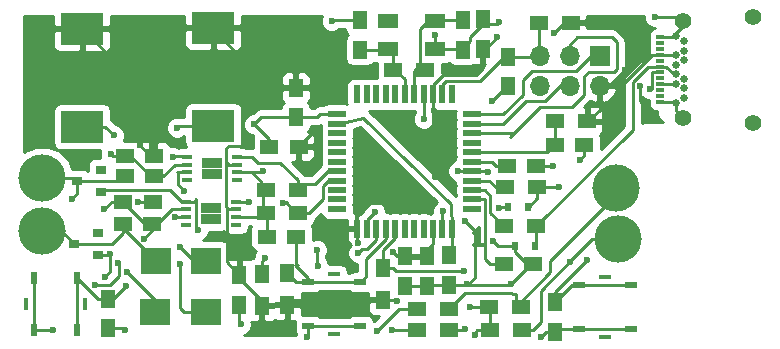
<source format=gtl>
G04 #@! TF.FileFunction,Copper,L1,Top,Signal*
%FSLAX46Y46*%
G04 Gerber Fmt 4.6, Leading zero omitted, Abs format (unit mm)*
G04 Created by KiCad (PCBNEW 4.0.7) date 05/22/18 09:46:34*
%MOMM*%
%LPD*%
G01*
G04 APERTURE LIST*
%ADD10C,0.100000*%
%ADD11C,0.300000*%
%ADD12R,1.500000X1.250000*%
%ADD13R,1.250000X1.500000*%
%ADD14R,2.500000X2.300000*%
%ADD15R,0.900000X0.800000*%
%ADD16R,0.600000X0.800000*%
%ADD17C,1.400000*%
%ADD18R,0.700000X0.300000*%
%ADD19C,0.650000*%
%ADD20R,1.700000X1.700000*%
%ADD21O,1.700000X1.700000*%
%ADD22C,4.000500*%
%ADD23R,3.600000X2.700000*%
%ADD24R,1.500000X1.300000*%
%ADD25R,1.300000X1.500000*%
%ADD26R,1.000000X0.600000*%
%ADD27R,1.000000X0.450000*%
%ADD28R,0.600000X1.000000*%
%ADD29R,0.450000X1.000000*%
%ADD30R,1.500000X0.550000*%
%ADD31R,0.550000X1.500000*%
%ADD32R,0.890000X0.420000*%
%ADD33R,0.840000X0.940000*%
%ADD34R,1.800000X1.200000*%
%ADD35C,0.600000*%
%ADD36C,0.250000*%
%ADD37C,0.254000*%
G04 APERTURE END LIST*
D10*
D11*
X118928572Y-51528571D02*
X118071429Y-51528571D01*
X118500001Y-51528571D02*
X118500001Y-50028571D01*
X118357144Y-50242857D01*
X118214286Y-50385714D01*
X118071429Y-50457143D01*
D12*
X124911800Y-43053000D03*
X127411800Y-43053000D03*
D13*
X108458000Y-34955800D03*
X108458000Y-32455800D03*
X117119400Y-32455800D03*
X117119400Y-34955800D03*
X112242600Y-54945600D03*
X112242600Y-52445600D03*
D12*
X120847800Y-44780200D03*
X123347800Y-44780200D03*
X103053200Y-50800000D03*
X100553200Y-50800000D03*
D13*
X120954800Y-35580000D03*
X120954800Y-38080000D03*
X87096600Y-56052400D03*
X87096600Y-58552400D03*
D12*
X90886600Y-47879000D03*
X88386600Y-47879000D03*
X120619200Y-53136800D03*
X123119200Y-53136800D03*
D13*
X124917200Y-56357200D03*
X124917200Y-58857200D03*
D12*
X88539000Y-45694600D03*
X91039000Y-45694600D03*
X91013600Y-43942000D03*
X88513600Y-43942000D03*
X88361200Y-49707800D03*
X90861200Y-49707800D03*
D13*
X118846600Y-34879600D03*
X118846600Y-32379600D03*
X98221800Y-54045800D03*
X98221800Y-56545800D03*
X102997000Y-38196200D03*
X102997000Y-40696200D03*
D12*
X103256400Y-43180000D03*
X100756400Y-43180000D03*
D13*
X114071400Y-52445600D03*
X114071400Y-54945600D03*
X115951000Y-52394800D03*
X115951000Y-54894800D03*
D14*
X91118800Y-57175400D03*
X95418800Y-57175400D03*
D15*
X86496400Y-47051000D03*
X86496400Y-45151000D03*
X84496400Y-46101000D03*
D16*
X122693800Y-48285400D03*
X120993800Y-48285400D03*
X123252600Y-51612800D03*
X121552600Y-51612800D03*
D14*
X91144200Y-52882800D03*
X95444200Y-52882800D03*
D15*
X86267800Y-52359600D03*
X86267800Y-50459600D03*
X84267800Y-51409600D03*
D17*
X135777200Y-40782200D03*
D18*
X133867200Y-39402200D03*
X133867200Y-38902200D03*
X133867200Y-38402200D03*
X133867200Y-37902200D03*
X133867200Y-37402200D03*
X133867200Y-36902200D03*
X133867200Y-36402200D03*
X133867200Y-33902200D03*
X133867200Y-34902200D03*
X133867200Y-35402200D03*
X133867200Y-35902200D03*
X133867200Y-34402200D03*
D17*
X135777200Y-32522200D03*
X141727200Y-32162200D03*
X141727200Y-41142200D03*
D19*
X135177200Y-33852200D03*
X135177200Y-35452200D03*
X135177200Y-36252200D03*
X135177200Y-37052200D03*
X135177200Y-37852200D03*
X135177200Y-39452200D03*
X135877200Y-34252200D03*
X135877200Y-35052200D03*
X135877200Y-35852200D03*
X135877200Y-37452200D03*
X135877200Y-38252200D03*
X135877200Y-39052200D03*
D20*
X128727200Y-35483800D03*
D21*
X128727200Y-38023800D03*
X126187200Y-35483800D03*
X126187200Y-38023800D03*
X123647200Y-35483800D03*
X123647200Y-38023800D03*
D22*
X81534000Y-50342800D03*
X81534000Y-45821600D03*
X130302000Y-51028600D03*
X130149600Y-46685200D03*
D23*
X96012000Y-33111800D03*
X96012000Y-41411800D03*
D24*
X124964200Y-41046400D03*
X127664200Y-41046400D03*
D23*
X84912200Y-33188000D03*
X84912200Y-41488000D03*
D24*
X123447800Y-46634400D03*
X120747800Y-46634400D03*
D25*
X102260400Y-56569600D03*
X102260400Y-53869600D03*
D24*
X126267200Y-32689800D03*
X123567200Y-32689800D03*
D25*
X100126800Y-56671200D03*
X100126800Y-53971200D03*
X110388400Y-56163200D03*
X110388400Y-53463200D03*
D24*
X103204000Y-46863000D03*
X100504000Y-46863000D03*
X103204000Y-48768000D03*
X100504000Y-48768000D03*
X113254800Y-58674000D03*
X115954800Y-58674000D03*
X122127000Y-58724800D03*
X119427000Y-58724800D03*
X113254800Y-56946800D03*
X115954800Y-56946800D03*
X123346200Y-49936400D03*
X120646200Y-49936400D03*
X111248200Y-36703000D03*
X113948200Y-36703000D03*
X122101600Y-56794400D03*
X119401600Y-56794400D03*
D26*
X108473600Y-58365000D03*
X104073600Y-58365000D03*
X104073600Y-54665000D03*
X108473600Y-54665000D03*
D27*
X106273600Y-59040000D03*
X106273600Y-53990000D03*
D28*
X80801600Y-58689600D03*
X80801600Y-54289600D03*
X84501600Y-54289600D03*
X84501600Y-58689600D03*
D29*
X80126600Y-56489600D03*
X85176600Y-56489600D03*
D26*
X131359000Y-58619000D03*
X126959000Y-58619000D03*
X126959000Y-54919000D03*
X131359000Y-54919000D03*
D27*
X129159000Y-59294000D03*
X129159000Y-54244000D03*
D30*
X117917200Y-48450000D03*
X117917200Y-47650000D03*
X117917200Y-46850000D03*
X117917200Y-46050000D03*
X117917200Y-45250000D03*
X117917200Y-44450000D03*
X117917200Y-43650000D03*
X117917200Y-42850000D03*
X117917200Y-42050000D03*
X117917200Y-41250000D03*
X117917200Y-40450000D03*
D31*
X116217200Y-38750000D03*
X115417200Y-38750000D03*
X114617200Y-38750000D03*
X113817200Y-38750000D03*
X113017200Y-38750000D03*
X112217200Y-38750000D03*
X111417200Y-38750000D03*
X110617200Y-38750000D03*
X109817200Y-38750000D03*
X109017200Y-38750000D03*
X108217200Y-38750000D03*
D30*
X106517200Y-40450000D03*
X106517200Y-41250000D03*
X106517200Y-42050000D03*
X106517200Y-42850000D03*
X106517200Y-43650000D03*
X106517200Y-44450000D03*
X106517200Y-45250000D03*
X106517200Y-46050000D03*
X106517200Y-46850000D03*
X106517200Y-47650000D03*
X106517200Y-48450000D03*
D31*
X108217200Y-50150000D03*
X109017200Y-50150000D03*
X109817200Y-50150000D03*
X110617200Y-50150000D03*
X111417200Y-50150000D03*
X112217200Y-50150000D03*
X113017200Y-50150000D03*
X113817200Y-50150000D03*
X114617200Y-50150000D03*
X115417200Y-50150000D03*
X116217200Y-50150000D03*
D32*
X97939200Y-49793800D03*
X97939200Y-49143800D03*
X97939200Y-48493800D03*
X97939200Y-47843800D03*
X93729200Y-47843800D03*
X93729200Y-48493800D03*
X93729200Y-49143800D03*
X93729200Y-49793800D03*
D33*
X95414200Y-48348800D03*
X95414200Y-49288800D03*
X96254200Y-48348800D03*
X96254200Y-49288800D03*
D32*
X98015400Y-46009200D03*
X98015400Y-45359200D03*
X98015400Y-44709200D03*
X98015400Y-44059200D03*
X93805400Y-44059200D03*
X93805400Y-44709200D03*
X93805400Y-45359200D03*
X93805400Y-46009200D03*
D33*
X95490400Y-44564200D03*
X95490400Y-45504200D03*
X96330400Y-44564200D03*
X96330400Y-45504200D03*
D34*
X110826800Y-34905800D03*
X114826800Y-34905800D03*
X114826800Y-32505800D03*
X110826800Y-32505800D03*
D35*
X117297200Y-49479200D03*
X115468400Y-48666400D03*
X116763800Y-45237400D03*
X121208800Y-54838600D03*
X119659400Y-51181000D03*
X109702600Y-48691800D03*
X133400800Y-32181800D03*
X127025400Y-44297600D03*
X120167400Y-48336200D03*
X114808000Y-33705800D03*
X113842800Y-40843200D03*
X120218200Y-32588200D03*
X86004400Y-54889400D03*
X87985600Y-53009800D03*
X90144600Y-50977800D03*
X124739400Y-44831000D03*
X119303800Y-45364400D03*
X106045000Y-32537400D03*
X123774200Y-59309000D03*
X118160800Y-59105800D03*
X82448400Y-58674000D03*
X88544400Y-58699400D03*
X86791800Y-48488600D03*
X87325200Y-43764200D03*
X103962200Y-59309000D03*
X98323400Y-58216800D03*
X99491800Y-41300400D03*
X100253800Y-45237400D03*
X117754400Y-56794400D03*
X117475000Y-54838600D03*
X123647200Y-38023800D03*
X119634000Y-39293800D03*
X130911600Y-36652200D03*
X132181600Y-38023800D03*
X132588000Y-39725600D03*
X111607600Y-56286400D03*
X115671600Y-45872400D03*
X113944400Y-48107600D03*
X104673400Y-41681400D03*
X104648000Y-38760400D03*
X120065800Y-33909000D03*
X124841000Y-33578800D03*
X111226600Y-52070000D03*
X108229400Y-51333400D03*
X98679000Y-35991800D03*
X98653600Y-43103800D03*
X89662000Y-47853600D03*
X89789000Y-43078400D03*
X88595200Y-55016400D03*
X100380800Y-52578000D03*
X108305600Y-52171600D03*
X117246400Y-53695600D03*
X127660400Y-52755800D03*
X88747600Y-53797200D03*
X84023200Y-47574200D03*
X93218000Y-53086000D03*
X92938600Y-41579800D03*
X92811600Y-49174400D03*
X94716600Y-50266600D03*
X104800400Y-51917600D03*
X104876600Y-53263800D03*
X111175800Y-58674000D03*
X125272800Y-46634400D03*
X132969000Y-38303200D03*
X87604600Y-42214800D03*
X93218000Y-51714400D03*
X93573600Y-46939200D03*
X86868000Y-54178200D03*
X109880400Y-58826400D03*
X87299800Y-52298600D03*
X92583000Y-44069000D03*
X126212600Y-52933600D03*
X117322600Y-58648600D03*
X99060000Y-47879000D03*
X101879400Y-47929800D03*
D36*
X124964200Y-41046400D02*
X124964200Y-43000600D01*
X124964200Y-43000600D02*
X124314800Y-43650000D01*
X124314800Y-43650000D02*
X117917200Y-43650000D01*
X133867200Y-33902200D02*
X135127200Y-33902200D01*
X135127200Y-33902200D02*
X135177200Y-33852200D01*
X115951000Y-54894800D02*
X121152600Y-54894800D01*
X121152600Y-54894800D02*
X121208800Y-54838600D01*
X123119200Y-53136800D02*
X122580400Y-53136800D01*
X122580400Y-53136800D02*
X121552600Y-52109000D01*
X121552600Y-52109000D02*
X121552600Y-51612800D01*
X117475000Y-54838600D02*
X117602000Y-54838600D01*
X118135400Y-50317400D02*
X117297200Y-49479200D01*
X118135400Y-54305200D02*
X118135400Y-50317400D01*
X117602000Y-54838600D02*
X118135400Y-54305200D01*
X106517200Y-40450000D02*
X105041200Y-40450000D01*
X105041200Y-40450000D02*
X104795000Y-40696200D01*
X104795000Y-40696200D02*
X102997000Y-40696200D01*
X115417200Y-50150000D02*
X115417200Y-48717600D01*
X115417200Y-48717600D02*
X115468400Y-48666400D01*
X116776400Y-45250000D02*
X117917200Y-45250000D01*
X116763800Y-45237400D02*
X116776400Y-45250000D01*
X112242600Y-54945600D02*
X114071400Y-54945600D01*
X114071400Y-54945600D02*
X114122200Y-54894800D01*
X114122200Y-54894800D02*
X117418800Y-54894800D01*
X117418800Y-54894800D02*
X117475000Y-54838600D01*
X123119200Y-53136800D02*
X122910600Y-53136800D01*
X122910600Y-53136800D02*
X121208800Y-54838600D01*
X121552600Y-51612800D02*
X120091200Y-51612800D01*
X120091200Y-51612800D02*
X119659400Y-51181000D01*
X109017200Y-50150000D02*
X109017200Y-49377200D01*
X109017200Y-49377200D02*
X109702600Y-48691800D01*
X135777200Y-32522200D02*
X135417600Y-32522200D01*
X135417600Y-32522200D02*
X135077200Y-32181800D01*
X135077200Y-32181800D02*
X133400800Y-32181800D01*
X135177200Y-33852200D02*
X135177200Y-33580400D01*
X135177200Y-33580400D02*
X135777200Y-32980400D01*
X135777200Y-32980400D02*
X135777200Y-32522200D01*
X133867200Y-39402200D02*
X135127200Y-39402200D01*
X135127200Y-39402200D02*
X135178800Y-39453800D01*
X135178800Y-39453800D02*
X135178800Y-40183800D01*
X135178800Y-40183800D02*
X135777200Y-40782200D01*
X127411800Y-43053000D02*
X127411800Y-43911200D01*
X127411800Y-43911200D02*
X127025400Y-44297600D01*
X123347800Y-44780200D02*
X124688600Y-44780200D01*
X124688600Y-44780200D02*
X124739400Y-44831000D01*
X120993800Y-48285400D02*
X120218200Y-48285400D01*
X120218200Y-48285400D02*
X120167400Y-48336200D01*
X124688600Y-44780200D02*
X124739400Y-44831000D01*
X113817200Y-38750000D02*
X113817200Y-40817600D01*
X113817200Y-40817600D02*
X113842800Y-40843200D01*
X97939200Y-49143800D02*
X100128200Y-49143800D01*
X100128200Y-49143800D02*
X100504000Y-48768000D01*
X114826800Y-34905800D02*
X114826800Y-33724600D01*
X114826800Y-33724600D02*
X114808000Y-33705800D01*
X113868200Y-40868600D02*
X113919000Y-40868600D01*
X113842800Y-40843200D02*
X113868200Y-40868600D01*
X114826800Y-34905800D02*
X117069400Y-34905800D01*
X117069400Y-34905800D02*
X117754400Y-34220800D01*
X117754400Y-34220800D02*
X117754400Y-33858200D01*
X117754400Y-33858200D02*
X118846600Y-32766000D01*
X118846600Y-32766000D02*
X120040400Y-32766000D01*
X120040400Y-32766000D02*
X120218200Y-32588200D01*
X90861200Y-49707800D02*
X90861200Y-50261200D01*
X90861200Y-50261200D02*
X90144600Y-50977800D01*
X87249000Y-54889400D02*
X86004400Y-54889400D01*
X88036400Y-54102000D02*
X87249000Y-54889400D01*
X88036400Y-53060600D02*
X88036400Y-54102000D01*
X87985600Y-53009800D02*
X88036400Y-53060600D01*
X135127200Y-39402200D02*
X135177200Y-39452200D01*
X124688600Y-44780200D02*
X124739400Y-44831000D01*
X117917200Y-45250000D02*
X119189400Y-45250000D01*
X119189400Y-45250000D02*
X119303800Y-45364400D01*
X108458000Y-32455800D02*
X106126600Y-32455800D01*
X106126600Y-32455800D02*
X106045000Y-32537400D01*
X135127200Y-39402200D02*
X135177200Y-39452200D01*
X119427000Y-58724800D02*
X118364000Y-58724800D01*
X124226000Y-58857200D02*
X124917200Y-58857200D01*
X123774200Y-59309000D02*
X124226000Y-58857200D01*
X118160800Y-58928000D02*
X118160800Y-59105800D01*
X118364000Y-58724800D02*
X118160800Y-58928000D01*
X80801600Y-54289600D02*
X80801600Y-58689600D01*
X80801600Y-58689600D02*
X80817200Y-58674000D01*
X80817200Y-58674000D02*
X82448400Y-58674000D01*
X88544400Y-58699400D02*
X88397400Y-58552400D01*
X88397400Y-58552400D02*
X87096600Y-58552400D01*
X88513600Y-43942000D02*
X89001600Y-43942000D01*
X89001600Y-43942000D02*
X90754200Y-45694600D01*
X90754200Y-45694600D02*
X91770200Y-45694600D01*
X91770200Y-45694600D02*
X92755600Y-44709200D01*
X92755600Y-44709200D02*
X93805400Y-44709200D01*
X90861200Y-49707800D02*
X90215400Y-49707800D01*
X90215400Y-49707800D02*
X88386600Y-47879000D01*
X88386600Y-47879000D02*
X87401400Y-47879000D01*
X87401400Y-47879000D02*
X86791800Y-48488600D01*
X87325200Y-43764200D02*
X87503000Y-43942000D01*
X87503000Y-43942000D02*
X88513600Y-43942000D01*
X93729200Y-48493800D02*
X92893000Y-48493800D01*
X92481400Y-48488600D02*
X91262200Y-49707800D01*
X92887800Y-48488600D02*
X92481400Y-48488600D01*
X92893000Y-48493800D02*
X92887800Y-48488600D01*
X91262200Y-49707800D02*
X90861200Y-49707800D01*
X98221800Y-56545800D02*
X98221800Y-58115200D01*
X104073600Y-59197600D02*
X104073600Y-58365000D01*
X103962200Y-59309000D02*
X104073600Y-59197600D01*
X98221800Y-58115200D02*
X98323400Y-58216800D01*
X104073600Y-58365000D02*
X108473600Y-58365000D01*
X100756400Y-43180000D02*
X100756400Y-42565000D01*
X100756400Y-42565000D02*
X99491800Y-41300400D01*
X98015400Y-45359200D02*
X100132000Y-45359200D01*
X104795000Y-40696200D02*
X105041200Y-40450000D01*
X100096000Y-40696200D02*
X104795000Y-40696200D01*
X99491800Y-41300400D02*
X100096000Y-40696200D01*
X100132000Y-45359200D02*
X100253800Y-45237400D01*
X100553200Y-50800000D02*
X100553200Y-48817200D01*
X100553200Y-48817200D02*
X100226600Y-49143800D01*
X100226600Y-49143800D02*
X100226600Y-47140400D01*
X100226600Y-47140400D02*
X100126800Y-47040600D01*
X100126800Y-47040600D02*
X100126800Y-46228000D01*
X100126800Y-46228000D02*
X99258000Y-45359200D01*
X99258000Y-45359200D02*
X98015400Y-45359200D01*
X119427000Y-58724800D02*
X119427000Y-56819800D01*
X119427000Y-56819800D02*
X119401600Y-56794400D01*
X119401600Y-56794400D02*
X117754400Y-56794400D01*
X117475000Y-54838600D02*
X117418800Y-54894800D01*
X117418800Y-54894800D02*
X114122200Y-54894800D01*
X114122200Y-54894800D02*
X114071400Y-54945600D01*
X131359000Y-58619000D02*
X126959000Y-58619000D01*
X126959000Y-58619000D02*
X125155400Y-58619000D01*
X125155400Y-58619000D02*
X124917200Y-58857200D01*
X119634000Y-39293800D02*
X120847800Y-38080000D01*
X120847800Y-38080000D02*
X120954800Y-38080000D01*
X108458000Y-34955800D02*
X110776800Y-34955800D01*
X110776800Y-34955800D02*
X111248200Y-35427200D01*
X111248200Y-35427200D02*
X111248200Y-36496000D01*
X111248200Y-36496000D02*
X112217200Y-37465000D01*
X112217200Y-37465000D02*
X112217200Y-38750000D01*
X117119400Y-32455800D02*
X114876800Y-32455800D01*
X114876800Y-32455800D02*
X114826800Y-32505800D01*
X114826800Y-32505800D02*
X114204600Y-32505800D01*
X114204600Y-32505800D02*
X113512600Y-33197800D01*
X113512600Y-33197800D02*
X113512600Y-36267400D01*
X113512600Y-36267400D02*
X113017200Y-36762800D01*
X113017200Y-36762800D02*
X113017200Y-38750000D01*
X130911600Y-36652200D02*
X129540000Y-38023800D01*
X132181600Y-39319200D02*
X132181600Y-38023800D01*
X132588000Y-39725600D02*
X132181600Y-39319200D01*
X129540000Y-38023800D02*
X128727200Y-38023800D01*
X110388400Y-56163200D02*
X111484400Y-56163200D01*
X111484400Y-56163200D02*
X111607600Y-56286400D01*
X108217200Y-50150000D02*
X108217200Y-49085000D01*
X114631244Y-45849784D02*
X114617200Y-38750000D01*
X115671600Y-45872400D02*
X114631244Y-45849784D01*
X114033000Y-48196200D02*
X113944400Y-48107600D01*
X114033000Y-48247000D02*
X114033000Y-48196200D01*
X113817400Y-47980600D02*
X114033000Y-48247000D01*
X109321600Y-47980600D02*
X113817400Y-47980600D01*
X108217200Y-49085000D02*
X109321600Y-47980600D01*
X103256400Y-43180000D02*
X103256400Y-43098400D01*
X103256400Y-43098400D02*
X104673400Y-41681400D01*
X104648000Y-38760400D02*
X104083800Y-38196200D01*
X104083800Y-38196200D02*
X102997000Y-38196200D01*
X97939200Y-48493800D02*
X97287200Y-48493800D01*
X97287200Y-48493800D02*
X97155000Y-48626000D01*
X97155000Y-52979000D02*
X98221800Y-54045800D01*
X97155000Y-48626000D02*
X97155000Y-52979000D01*
X126267200Y-32689800D02*
X125730000Y-32689800D01*
X125730000Y-32689800D02*
X124841000Y-33578800D01*
X120065800Y-33909000D02*
X119095200Y-34879600D01*
X119095200Y-34879600D02*
X118846600Y-34879600D01*
X133867200Y-37902200D02*
X135127200Y-37902200D01*
X135127200Y-37902200D02*
X135177200Y-37852200D01*
X133867200Y-35402200D02*
X135127200Y-35402200D01*
X135127200Y-35402200D02*
X135177200Y-35452200D01*
X112242600Y-52445600D02*
X111602200Y-52445600D01*
X111602200Y-52445600D02*
X111226600Y-52070000D01*
X108217200Y-51321200D02*
X108217200Y-50150000D01*
X108229400Y-51333400D02*
X108217200Y-51321200D01*
X110388400Y-56163200D02*
X102666800Y-56163200D01*
X102666800Y-56163200D02*
X102158800Y-56671200D01*
X102158800Y-56671200D02*
X100562400Y-56671200D01*
X100562400Y-56671200D02*
X98221800Y-54330600D01*
X98221800Y-54330600D02*
X98221800Y-54045800D01*
X97129600Y-44272200D02*
X97129600Y-44805600D01*
X97129600Y-44805600D02*
X97104200Y-44831000D01*
X98015400Y-44709200D02*
X97226000Y-44709200D01*
X97226000Y-44709200D02*
X97104200Y-44831000D01*
X97104200Y-44831000D02*
X97104200Y-48310800D01*
X97104200Y-48310800D02*
X97287200Y-48493800D01*
X98015400Y-44709200D02*
X97363400Y-44709200D01*
X98679000Y-35991800D02*
X98679000Y-35931200D01*
X97332800Y-43103800D02*
X98653600Y-43103800D01*
X97129600Y-43307000D02*
X97332800Y-43103800D01*
X97129600Y-44475400D02*
X97129600Y-44272200D01*
X97129600Y-44272200D02*
X97129600Y-43307000D01*
X97363400Y-44709200D02*
X97129600Y-44475400D01*
X90886600Y-47879000D02*
X90347800Y-47879000D01*
X90347800Y-47879000D02*
X90322400Y-47853600D01*
X90322400Y-47853600D02*
X89662000Y-47853600D01*
X89789000Y-43078400D02*
X90652600Y-43942000D01*
X90652600Y-43942000D02*
X90652600Y-38928400D01*
X90652600Y-38928400D02*
X84912200Y-33188000D01*
X84912200Y-33188000D02*
X95935800Y-33188000D01*
X95935800Y-33188000D02*
X98679000Y-35931200D01*
X98679000Y-35931200D02*
X100944000Y-38196200D01*
X100944000Y-38196200D02*
X102997000Y-38196200D01*
X112242600Y-52445600D02*
X114071400Y-52445600D01*
X114071400Y-52445600D02*
X114071400Y-51968400D01*
X114071400Y-51968400D02*
X114617200Y-51422600D01*
X114617200Y-51422600D02*
X114617200Y-50150000D01*
X114071400Y-52445600D02*
X114071400Y-51841400D01*
X127664200Y-41046400D02*
X127736600Y-41046400D01*
X127736600Y-41046400D02*
X128727200Y-40055800D01*
X128727200Y-40055800D02*
X128727200Y-38023800D01*
X133867200Y-35402200D02*
X132709600Y-35402200D01*
X129997200Y-32689800D02*
X126267200Y-32689800D01*
X132709600Y-35402200D02*
X129997200Y-32689800D01*
X133867200Y-35402200D02*
X133176202Y-35402200D01*
X130554602Y-38023800D02*
X128727200Y-38023800D01*
X133176202Y-35402200D02*
X130554602Y-38023800D01*
X114617200Y-38750000D02*
X114617200Y-37935200D01*
X114617200Y-37935200D02*
X115468400Y-37084000D01*
X115468400Y-37084000D02*
X118262400Y-37084000D01*
X118262400Y-37084000D02*
X118846600Y-36499800D01*
X118846600Y-36499800D02*
X118846600Y-34879600D01*
X120847800Y-44780200D02*
X119913400Y-44780200D01*
X119583200Y-44450000D02*
X117917200Y-44450000D01*
X119913400Y-44780200D02*
X119583200Y-44450000D01*
X104073600Y-54665000D02*
X103055800Y-54665000D01*
X103055800Y-54665000D02*
X102260400Y-53869600D01*
X103053200Y-50800000D02*
X103053200Y-53076800D01*
X104073600Y-54289600D02*
X104073600Y-54665000D01*
X102957000Y-53173000D02*
X104073600Y-54289600D01*
X103149400Y-53173000D02*
X102957000Y-53173000D01*
X103053200Y-53076800D02*
X103149400Y-53173000D01*
X104073600Y-54665000D02*
X108473600Y-54665000D01*
X108473600Y-54665000D02*
X108915200Y-54223400D01*
X108915200Y-54223400D02*
X108915200Y-52705000D01*
X108915200Y-52705000D02*
X110617200Y-51003000D01*
X110617200Y-51003000D02*
X110617200Y-50150000D01*
X123567200Y-32689800D02*
X123567200Y-35403800D01*
X123567200Y-35403800D02*
X123391000Y-35580000D01*
X123391000Y-35580000D02*
X120655400Y-35580000D01*
X120655400Y-35580000D02*
X118592600Y-37642800D01*
X118592600Y-37642800D02*
X115697000Y-37642800D01*
X115697000Y-37642800D02*
X115417200Y-37922600D01*
X115417200Y-37922600D02*
X115417200Y-38750000D01*
X84501600Y-54289600D02*
X84501600Y-58689600D01*
X88595200Y-55016400D02*
X87559200Y-56052400D01*
X87559200Y-56052400D02*
X86264400Y-56052400D01*
X86264400Y-56052400D02*
X84501600Y-54289600D01*
X109817200Y-50150000D02*
X109817200Y-51066400D01*
X100126800Y-52832000D02*
X100126800Y-53971200D01*
X100380800Y-52578000D02*
X100126800Y-52832000D01*
X108610400Y-51866800D02*
X108305600Y-52171600D01*
X109016800Y-51866800D02*
X108610400Y-51866800D01*
X109817200Y-51066400D02*
X109016800Y-51866800D01*
X117917200Y-47650000D02*
X119005798Y-47650000D01*
X119456200Y-53136800D02*
X120619200Y-53136800D01*
X118999000Y-52679600D02*
X119456200Y-53136800D01*
X118999000Y-47656798D02*
X118999000Y-52679600D01*
X119005798Y-47650000D02*
X118999000Y-47656798D01*
X131359000Y-54919000D02*
X126959000Y-54919000D01*
X124917200Y-56357200D02*
X124917200Y-55499000D01*
X111248200Y-53463200D02*
X110388400Y-53463200D01*
X111480600Y-53695600D02*
X111248200Y-53463200D01*
X117246400Y-53695600D02*
X111480600Y-53695600D01*
X124917200Y-55499000D02*
X127660400Y-52755800D01*
X110388400Y-53463200D02*
X110388400Y-51968400D01*
X110388400Y-51968400D02*
X111417200Y-50939600D01*
X111417200Y-50939600D02*
X111417200Y-50150000D01*
X126959000Y-54919000D02*
X126355400Y-54919000D01*
X126355400Y-54919000D02*
X124917200Y-56357200D01*
X91118800Y-57175400D02*
X91118800Y-56168400D01*
X91118800Y-56168400D02*
X88747600Y-53797200D01*
X84023200Y-47574200D02*
X84496400Y-47101000D01*
X84496400Y-47101000D02*
X84496400Y-46101000D01*
X81534000Y-45821600D02*
X84217000Y-45821600D01*
X84217000Y-45821600D02*
X84496400Y-46101000D01*
X84496400Y-46101000D02*
X88310400Y-46101000D01*
X88310400Y-46101000D02*
X88589800Y-45821600D01*
X88361200Y-49707800D02*
X88361200Y-50099800D01*
X88361200Y-50099800D02*
X91144200Y-52882800D01*
X88361200Y-50449800D02*
X88361200Y-49580800D01*
X81534000Y-50342800D02*
X83201000Y-50342800D01*
X83201000Y-50342800D02*
X84267800Y-51409600D01*
X84267800Y-51409600D02*
X87401400Y-51409600D01*
X87401400Y-51409600D02*
X88361200Y-50449800D01*
X106517200Y-41250000D02*
X108712000Y-40716200D01*
X116128800Y-48006000D02*
X116217200Y-50150000D01*
X108712000Y-40716200D02*
X116128800Y-48006000D01*
X116217200Y-50150000D02*
X116217200Y-52128600D01*
X116217200Y-52128600D02*
X115951000Y-52394800D01*
X95418800Y-57175400D02*
X93573600Y-57175400D01*
X93218000Y-56819800D02*
X93218000Y-53086000D01*
X93573600Y-57175400D02*
X93218000Y-56819800D01*
X93729200Y-49143800D02*
X92842200Y-49143800D01*
X93106600Y-41411800D02*
X96012000Y-41411800D01*
X92938600Y-41579800D02*
X93106600Y-41411800D01*
X92842200Y-49143800D02*
X92811600Y-49174400D01*
X113254800Y-58674000D02*
X111175800Y-58674000D01*
X94345400Y-47843800D02*
X93729200Y-47843800D01*
X94564200Y-47625000D02*
X94345400Y-47843800D01*
X94564200Y-50114200D02*
X94564200Y-47625000D01*
X94716600Y-50266600D02*
X94564200Y-50114200D01*
X104800400Y-53187600D02*
X104800400Y-51917600D01*
X104876600Y-53263800D02*
X104800400Y-53187600D01*
X93729200Y-47843800D02*
X93386000Y-47843800D01*
X93386000Y-47843800D02*
X92354400Y-46812200D01*
X92354400Y-46812200D02*
X86735200Y-46812200D01*
X86735200Y-46812200D02*
X86496400Y-47051000D01*
X133150800Y-36902200D02*
X133125400Y-38299200D01*
X133867200Y-36902200D02*
X133150800Y-36902200D01*
X125272800Y-46634400D02*
X123447800Y-46634400D01*
X123447800Y-47545000D02*
X123447800Y-46634400D01*
X122732800Y-48260000D02*
X123447800Y-47545000D01*
X123346200Y-49936400D02*
X123346200Y-51519200D01*
X123346200Y-51519200D02*
X123252600Y-51612800D01*
X135177200Y-37052200D02*
X134994600Y-37052200D01*
X134994600Y-37052200D02*
X134344600Y-36402200D01*
X134344600Y-36402200D02*
X133867200Y-36402200D01*
X133867200Y-36402200D02*
X132812600Y-36402200D01*
X131521200Y-41761400D02*
X123346200Y-49936400D01*
X131521200Y-37693600D02*
X131521200Y-41761400D01*
X132812600Y-36402200D02*
X131521200Y-37693600D01*
X86877800Y-41488000D02*
X84912200Y-41488000D01*
X87604600Y-42214800D02*
X86877800Y-41488000D01*
X93805400Y-45359200D02*
X92943800Y-45359200D01*
X93218000Y-51714400D02*
X94386400Y-52882800D01*
X92989400Y-46355000D02*
X93573600Y-46939200D01*
X92989400Y-45404800D02*
X92989400Y-46355000D01*
X92943800Y-45359200D02*
X92989400Y-45404800D01*
X94386400Y-52882800D02*
X95444200Y-52882800D01*
X113254800Y-56946800D02*
X111760000Y-56946800D01*
X87299800Y-53746400D02*
X87299800Y-52298600D01*
X86868000Y-54178200D02*
X87299800Y-53746400D01*
X111760000Y-56946800D02*
X109880400Y-58826400D01*
X93805400Y-44059200D02*
X92834898Y-44009223D01*
X87238800Y-52359600D02*
X86267800Y-52359600D01*
X87299800Y-52298600D02*
X87238800Y-52359600D01*
X92834898Y-44009223D02*
X92583000Y-44069000D01*
X128727200Y-35483800D02*
X128016000Y-35483800D01*
X128016000Y-35483800D02*
X126746000Y-36753800D01*
X126746000Y-36753800D02*
X122986800Y-36753800D01*
X122986800Y-36753800D02*
X122199400Y-37541200D01*
X122199400Y-37541200D02*
X122199400Y-38785800D01*
X122199400Y-38785800D02*
X120535200Y-40450000D01*
X120535200Y-40450000D02*
X117917200Y-40450000D01*
X119481600Y-42050000D02*
X121475200Y-42050000D01*
X121564400Y-41960800D02*
X121564400Y-41935400D01*
X121475200Y-42050000D02*
X121564400Y-41960800D01*
X126187200Y-35483800D02*
X126187200Y-34569400D01*
X123698000Y-39801800D02*
X121564400Y-41935400D01*
X126390400Y-39801800D02*
X123698000Y-39801800D01*
X127406400Y-38785800D02*
X126390400Y-39801800D01*
X127406400Y-37236400D02*
X127406400Y-38785800D01*
X127812800Y-36830000D02*
X127406400Y-37236400D01*
X129971800Y-36830000D02*
X127812800Y-36830000D01*
X130175000Y-36626800D02*
X129971800Y-36830000D01*
X130175000Y-34315400D02*
X130175000Y-36626800D01*
X129768600Y-33909000D02*
X130175000Y-34315400D01*
X126847600Y-33909000D02*
X129768600Y-33909000D01*
X126187200Y-34569400D02*
X126847600Y-33909000D01*
X119621000Y-42050000D02*
X119481600Y-42050000D01*
X119481600Y-42050000D02*
X117917200Y-42050000D01*
X121564400Y-41935400D02*
X121132300Y-42367500D01*
X126187200Y-38023800D02*
X125399800Y-38023800D01*
X125399800Y-38023800D02*
X124104400Y-39319200D01*
X124104400Y-39319200D02*
X122478800Y-39319200D01*
X122478800Y-39319200D02*
X120548000Y-41250000D01*
X120548000Y-41250000D02*
X117917200Y-41250000D01*
X123748800Y-57988200D02*
X123748800Y-58064400D01*
X123748800Y-55397400D02*
X123748800Y-57988200D01*
X126339600Y-52806600D02*
X123748800Y-55397400D01*
X123088400Y-58724800D02*
X122127000Y-58724800D01*
X123748800Y-58064400D02*
X123088400Y-58724800D01*
X115954800Y-58674000D02*
X117449600Y-58674000D01*
X126339600Y-52933600D02*
X126339600Y-52806600D01*
X126212600Y-52933600D02*
X126339600Y-52933600D01*
X117424200Y-58648600D02*
X117322600Y-58648600D01*
X117449600Y-58674000D02*
X117424200Y-58648600D01*
X130302000Y-51028600D02*
X128117600Y-51028600D01*
X128117600Y-51028600D02*
X126339600Y-52806600D01*
X116437400Y-58191400D02*
X115954800Y-58674000D01*
X120675400Y-55600600D02*
X121005600Y-55600600D01*
X121644400Y-55629800D02*
X121644400Y-56667400D01*
X121005600Y-55600600D02*
X121644400Y-55629800D01*
X117301000Y-55600600D02*
X115954800Y-56946800D01*
X120700800Y-55600600D02*
X120675400Y-55600600D01*
X120675400Y-55600600D02*
X117301000Y-55600600D01*
X130149600Y-46685200D02*
X130149600Y-47244000D01*
X130149600Y-47244000D02*
X124561600Y-52832000D01*
X124561600Y-52832000D02*
X124561600Y-53797200D01*
X124561600Y-53797200D02*
X121615200Y-56743600D01*
X121615200Y-56743600D02*
X121644400Y-56667400D01*
X120747800Y-46634400D02*
X119964200Y-46634400D01*
X119379800Y-46050000D02*
X117917200Y-46050000D01*
X119964200Y-46634400D02*
X119379800Y-46050000D01*
X103204000Y-46863000D02*
X103204000Y-46028600D01*
X99329600Y-44059200D02*
X98015400Y-44059200D01*
X99796600Y-44526200D02*
X99329600Y-44059200D01*
X101701600Y-44526200D02*
X99796600Y-44526200D01*
X103204000Y-46028600D02*
X101701600Y-44526200D01*
X106517200Y-45250000D02*
X105727600Y-45250000D01*
X104622600Y-46355000D02*
X103712000Y-46355000D01*
X105727600Y-45250000D02*
X104622600Y-46355000D01*
X103712000Y-46355000D02*
X103204000Y-46863000D01*
X103204000Y-48768000D02*
X103047800Y-48768000D01*
X103047800Y-48768000D02*
X102158800Y-47879000D01*
X99024800Y-47843800D02*
X97939200Y-47843800D01*
X99060000Y-47879000D02*
X99024800Y-47843800D01*
X101930200Y-47879000D02*
X101879400Y-47929800D01*
X102158800Y-47879000D02*
X101930200Y-47879000D01*
X106517200Y-46050000D02*
X105740400Y-46050000D01*
X104140000Y-48768000D02*
X103204000Y-48768000D01*
X105308400Y-47599600D02*
X104140000Y-48768000D01*
X105308400Y-46482000D02*
X105308400Y-47599600D01*
X105740400Y-46050000D02*
X105308400Y-46482000D01*
X117917200Y-46850000D02*
X119011400Y-46850000D01*
X119481600Y-48771800D02*
X120646200Y-49936400D01*
X119481600Y-47320200D02*
X119481600Y-48771800D01*
X119011400Y-46850000D02*
X119481600Y-47320200D01*
D37*
G36*
X107721710Y-55561431D02*
X107973600Y-55612440D01*
X108973600Y-55612440D01*
X109103400Y-55588016D01*
X109103400Y-55877450D01*
X109262150Y-56036200D01*
X110261400Y-56036200D01*
X110261400Y-56016200D01*
X110515400Y-56016200D01*
X110515400Y-56036200D01*
X110535400Y-56036200D01*
X110535400Y-56290200D01*
X110515400Y-56290200D01*
X110515400Y-56310200D01*
X110261400Y-56310200D01*
X110261400Y-56290200D01*
X109262150Y-56290200D01*
X109103400Y-56448950D01*
X109103400Y-57039509D01*
X109200073Y-57272898D01*
X109378701Y-57451527D01*
X109612090Y-57548200D01*
X110083798Y-57548200D01*
X109740720Y-57891278D01*
X109695233Y-57891238D01*
X109596055Y-57932217D01*
X109576762Y-57829683D01*
X109437690Y-57613559D01*
X109225490Y-57468569D01*
X108973600Y-57417560D01*
X107973600Y-57417560D01*
X107738283Y-57461838D01*
X107522159Y-57600910D01*
X107519364Y-57605000D01*
X105025163Y-57605000D01*
X104825490Y-57468569D01*
X104573600Y-57417560D01*
X103573600Y-57417560D01*
X103545400Y-57422866D01*
X103545400Y-56855350D01*
X103386650Y-56696600D01*
X102387400Y-56696600D01*
X102387400Y-57795850D01*
X102546150Y-57954600D01*
X102948517Y-57954600D01*
X102926160Y-58065000D01*
X102926160Y-58665000D01*
X102970438Y-58900317D01*
X103061035Y-59041108D01*
X103033840Y-59106600D01*
X98618352Y-59106600D01*
X98852343Y-59009917D01*
X99115592Y-58747127D01*
X99258238Y-58403599D01*
X99258562Y-58031633D01*
X99251827Y-58015332D01*
X99350490Y-58056200D01*
X99841050Y-58056200D01*
X99999800Y-57897450D01*
X99999800Y-56798200D01*
X100253800Y-56798200D01*
X100253800Y-57897450D01*
X100412550Y-58056200D01*
X100903110Y-58056200D01*
X101136499Y-57959527D01*
X101244400Y-57851626D01*
X101250701Y-57857927D01*
X101484090Y-57954600D01*
X101974650Y-57954600D01*
X102133400Y-57795850D01*
X102133400Y-56696600D01*
X101134150Y-56696600D01*
X101032550Y-56798200D01*
X100253800Y-56798200D01*
X99999800Y-56798200D01*
X99979800Y-56798200D01*
X99979800Y-56544200D01*
X99999800Y-56544200D01*
X99999800Y-56524200D01*
X100253800Y-56524200D01*
X100253800Y-56544200D01*
X101253050Y-56544200D01*
X101354650Y-56442600D01*
X102133400Y-56442600D01*
X102133400Y-56422600D01*
X102387400Y-56422600D01*
X102387400Y-56442600D01*
X103386650Y-56442600D01*
X103545400Y-56283850D01*
X103545400Y-55693291D01*
X103506262Y-55598804D01*
X103573600Y-55612440D01*
X104573600Y-55612440D01*
X104808917Y-55568162D01*
X105025041Y-55429090D01*
X105027836Y-55425000D01*
X107522037Y-55425000D01*
X107721710Y-55561431D01*
X107721710Y-55561431D01*
G37*
X107721710Y-55561431D02*
X107973600Y-55612440D01*
X108973600Y-55612440D01*
X109103400Y-55588016D01*
X109103400Y-55877450D01*
X109262150Y-56036200D01*
X110261400Y-56036200D01*
X110261400Y-56016200D01*
X110515400Y-56016200D01*
X110515400Y-56036200D01*
X110535400Y-56036200D01*
X110535400Y-56290200D01*
X110515400Y-56290200D01*
X110515400Y-56310200D01*
X110261400Y-56310200D01*
X110261400Y-56290200D01*
X109262150Y-56290200D01*
X109103400Y-56448950D01*
X109103400Y-57039509D01*
X109200073Y-57272898D01*
X109378701Y-57451527D01*
X109612090Y-57548200D01*
X110083798Y-57548200D01*
X109740720Y-57891278D01*
X109695233Y-57891238D01*
X109596055Y-57932217D01*
X109576762Y-57829683D01*
X109437690Y-57613559D01*
X109225490Y-57468569D01*
X108973600Y-57417560D01*
X107973600Y-57417560D01*
X107738283Y-57461838D01*
X107522159Y-57600910D01*
X107519364Y-57605000D01*
X105025163Y-57605000D01*
X104825490Y-57468569D01*
X104573600Y-57417560D01*
X103573600Y-57417560D01*
X103545400Y-57422866D01*
X103545400Y-56855350D01*
X103386650Y-56696600D01*
X102387400Y-56696600D01*
X102387400Y-57795850D01*
X102546150Y-57954600D01*
X102948517Y-57954600D01*
X102926160Y-58065000D01*
X102926160Y-58665000D01*
X102970438Y-58900317D01*
X103061035Y-59041108D01*
X103033840Y-59106600D01*
X98618352Y-59106600D01*
X98852343Y-59009917D01*
X99115592Y-58747127D01*
X99258238Y-58403599D01*
X99258562Y-58031633D01*
X99251827Y-58015332D01*
X99350490Y-58056200D01*
X99841050Y-58056200D01*
X99999800Y-57897450D01*
X99999800Y-56798200D01*
X100253800Y-56798200D01*
X100253800Y-57897450D01*
X100412550Y-58056200D01*
X100903110Y-58056200D01*
X101136499Y-57959527D01*
X101244400Y-57851626D01*
X101250701Y-57857927D01*
X101484090Y-57954600D01*
X101974650Y-57954600D01*
X102133400Y-57795850D01*
X102133400Y-56696600D01*
X101134150Y-56696600D01*
X101032550Y-56798200D01*
X100253800Y-56798200D01*
X99999800Y-56798200D01*
X99979800Y-56798200D01*
X99979800Y-56544200D01*
X99999800Y-56544200D01*
X99999800Y-56524200D01*
X100253800Y-56524200D01*
X100253800Y-56544200D01*
X101253050Y-56544200D01*
X101354650Y-56442600D01*
X102133400Y-56442600D01*
X102133400Y-56422600D01*
X102387400Y-56422600D01*
X102387400Y-56442600D01*
X103386650Y-56442600D01*
X103545400Y-56283850D01*
X103545400Y-55693291D01*
X103506262Y-55598804D01*
X103573600Y-55612440D01*
X104573600Y-55612440D01*
X104808917Y-55568162D01*
X105025041Y-55429090D01*
X105027836Y-55425000D01*
X107522037Y-55425000D01*
X107721710Y-55561431D01*
G36*
X99206769Y-49923110D02*
X99155760Y-50175000D01*
X99155760Y-51425000D01*
X99200038Y-51660317D01*
X99339110Y-51876441D01*
X99551310Y-52021431D01*
X99604172Y-52032136D01*
X99588608Y-52047673D01*
X99445962Y-52391201D01*
X99445859Y-52509422D01*
X99424652Y-52541161D01*
X99415888Y-52585221D01*
X99241483Y-52618038D01*
X99095954Y-52711684D01*
X98973110Y-52660800D01*
X98507550Y-52660800D01*
X98348800Y-52819550D01*
X98348800Y-53918800D01*
X98368800Y-53918800D01*
X98368800Y-54172800D01*
X98348800Y-54172800D01*
X98348800Y-54192800D01*
X98094800Y-54192800D01*
X98094800Y-54172800D01*
X98074800Y-54172800D01*
X98074800Y-53918800D01*
X98094800Y-53918800D01*
X98094800Y-52819550D01*
X97936050Y-52660800D01*
X97470490Y-52660800D01*
X97341640Y-52714171D01*
X97341640Y-51732800D01*
X97297362Y-51497483D01*
X97158290Y-51281359D01*
X96946090Y-51136369D01*
X96694200Y-51085360D01*
X95183482Y-51085360D01*
X95245543Y-51059717D01*
X95508792Y-50796927D01*
X95651438Y-50453399D01*
X95651479Y-50406240D01*
X96674200Y-50406240D01*
X96909517Y-50361962D01*
X96952351Y-50334399D01*
X97030110Y-50455241D01*
X97242310Y-50600231D01*
X97494200Y-50651240D01*
X98384200Y-50651240D01*
X98619517Y-50606962D01*
X98835641Y-50467890D01*
X98980631Y-50255690D01*
X99031640Y-50003800D01*
X99031640Y-49903800D01*
X99219963Y-49903800D01*
X99206769Y-49923110D01*
X99206769Y-49923110D01*
G37*
X99206769Y-49923110D02*
X99155760Y-50175000D01*
X99155760Y-51425000D01*
X99200038Y-51660317D01*
X99339110Y-51876441D01*
X99551310Y-52021431D01*
X99604172Y-52032136D01*
X99588608Y-52047673D01*
X99445962Y-52391201D01*
X99445859Y-52509422D01*
X99424652Y-52541161D01*
X99415888Y-52585221D01*
X99241483Y-52618038D01*
X99095954Y-52711684D01*
X98973110Y-52660800D01*
X98507550Y-52660800D01*
X98348800Y-52819550D01*
X98348800Y-53918800D01*
X98368800Y-53918800D01*
X98368800Y-54172800D01*
X98348800Y-54172800D01*
X98348800Y-54192800D01*
X98094800Y-54192800D01*
X98094800Y-54172800D01*
X98074800Y-54172800D01*
X98074800Y-53918800D01*
X98094800Y-53918800D01*
X98094800Y-52819550D01*
X97936050Y-52660800D01*
X97470490Y-52660800D01*
X97341640Y-52714171D01*
X97341640Y-51732800D01*
X97297362Y-51497483D01*
X97158290Y-51281359D01*
X96946090Y-51136369D01*
X96694200Y-51085360D01*
X95183482Y-51085360D01*
X95245543Y-51059717D01*
X95508792Y-50796927D01*
X95651438Y-50453399D01*
X95651479Y-50406240D01*
X96674200Y-50406240D01*
X96909517Y-50361962D01*
X96952351Y-50334399D01*
X97030110Y-50455241D01*
X97242310Y-50600231D01*
X97494200Y-50651240D01*
X98384200Y-50651240D01*
X98619517Y-50606962D01*
X98835641Y-50467890D01*
X98980631Y-50255690D01*
X99031640Y-50003800D01*
X99031640Y-49903800D01*
X99219963Y-49903800D01*
X99206769Y-49923110D01*
G36*
X114924627Y-47888087D02*
X114676208Y-48136073D01*
X114533562Y-48479601D01*
X114533313Y-48765000D01*
X114490198Y-48765000D01*
X114490198Y-48903400D01*
X114425955Y-48859505D01*
X114331450Y-48765000D01*
X114215890Y-48765000D01*
X114195447Y-48773468D01*
X114092200Y-48752560D01*
X113542200Y-48752560D01*
X113412611Y-48776944D01*
X113292200Y-48752560D01*
X112742200Y-48752560D01*
X112612611Y-48776944D01*
X112492200Y-48752560D01*
X111942200Y-48752560D01*
X111812611Y-48776944D01*
X111692200Y-48752560D01*
X111142200Y-48752560D01*
X111012611Y-48776944D01*
X110892200Y-48752560D01*
X110637548Y-48752560D01*
X110637762Y-48506633D01*
X110495717Y-48162857D01*
X110232927Y-47899608D01*
X109889399Y-47756962D01*
X109517433Y-47756638D01*
X109173657Y-47898683D01*
X108910408Y-48161473D01*
X108767762Y-48505001D01*
X108767721Y-48551877D01*
X108554598Y-48765000D01*
X108502950Y-48765000D01*
X108406549Y-48861401D01*
X108290759Y-48935910D01*
X108145769Y-49148110D01*
X108094760Y-49400000D01*
X108094760Y-50297000D01*
X108090200Y-50297000D01*
X108090200Y-50277000D01*
X107465950Y-50277000D01*
X107307200Y-50435750D01*
X107307200Y-51026309D01*
X107403873Y-51259698D01*
X107582501Y-51438327D01*
X107677351Y-51477615D01*
X107513408Y-51641273D01*
X107370762Y-51984801D01*
X107370438Y-52356767D01*
X107512483Y-52700543D01*
X107775273Y-52963792D01*
X108118801Y-53106438D01*
X108155200Y-53106470D01*
X108155200Y-53717560D01*
X107973600Y-53717560D01*
X107738283Y-53761838D01*
X107522159Y-53900910D01*
X107519364Y-53905000D01*
X107421040Y-53905000D01*
X107421040Y-53765000D01*
X107376762Y-53529683D01*
X107237690Y-53313559D01*
X107025490Y-53168569D01*
X106773600Y-53117560D01*
X105811728Y-53117560D01*
X105811762Y-53078633D01*
X105669717Y-52734857D01*
X105560400Y-52625349D01*
X105560400Y-52480063D01*
X105592592Y-52447927D01*
X105735238Y-52104399D01*
X105735562Y-51732433D01*
X105593517Y-51388657D01*
X105330727Y-51125408D01*
X104987199Y-50982762D01*
X104615233Y-50982438D01*
X104450640Y-51050446D01*
X104450640Y-50175000D01*
X104406362Y-49939683D01*
X104379884Y-49898535D01*
X104405441Y-49882090D01*
X104550431Y-49669890D01*
X104601440Y-49418000D01*
X104601440Y-49356156D01*
X104677401Y-49305401D01*
X105141621Y-48841181D01*
X105164038Y-48960317D01*
X105303110Y-49176441D01*
X105515310Y-49321431D01*
X105767200Y-49372440D01*
X107267200Y-49372440D01*
X107307200Y-49364913D01*
X107307200Y-49864250D01*
X107465950Y-50023000D01*
X108090200Y-50023000D01*
X108090200Y-48923750D01*
X107931450Y-48765000D01*
X107906540Y-48765000D01*
X107914640Y-48725000D01*
X107914640Y-48175000D01*
X107890256Y-48045411D01*
X107914640Y-47925000D01*
X107914640Y-47375000D01*
X107890256Y-47245411D01*
X107914640Y-47125000D01*
X107914640Y-46575000D01*
X107890256Y-46445411D01*
X107914640Y-46325000D01*
X107914640Y-45775000D01*
X107890256Y-45645411D01*
X107914640Y-45525000D01*
X107914640Y-44975000D01*
X107890256Y-44845411D01*
X107914640Y-44725000D01*
X107914640Y-44175000D01*
X107890256Y-44045411D01*
X107914640Y-43925000D01*
X107914640Y-43375000D01*
X107890256Y-43245411D01*
X107914640Y-43125000D01*
X107914640Y-42575000D01*
X107890256Y-42445411D01*
X107914640Y-42325000D01*
X107914640Y-41775000D01*
X107899757Y-41695902D01*
X108480788Y-41554588D01*
X114924627Y-47888087D01*
X114924627Y-47888087D01*
G37*
X114924627Y-47888087D02*
X114676208Y-48136073D01*
X114533562Y-48479601D01*
X114533313Y-48765000D01*
X114490198Y-48765000D01*
X114490198Y-48903400D01*
X114425955Y-48859505D01*
X114331450Y-48765000D01*
X114215890Y-48765000D01*
X114195447Y-48773468D01*
X114092200Y-48752560D01*
X113542200Y-48752560D01*
X113412611Y-48776944D01*
X113292200Y-48752560D01*
X112742200Y-48752560D01*
X112612611Y-48776944D01*
X112492200Y-48752560D01*
X111942200Y-48752560D01*
X111812611Y-48776944D01*
X111692200Y-48752560D01*
X111142200Y-48752560D01*
X111012611Y-48776944D01*
X110892200Y-48752560D01*
X110637548Y-48752560D01*
X110637762Y-48506633D01*
X110495717Y-48162857D01*
X110232927Y-47899608D01*
X109889399Y-47756962D01*
X109517433Y-47756638D01*
X109173657Y-47898683D01*
X108910408Y-48161473D01*
X108767762Y-48505001D01*
X108767721Y-48551877D01*
X108554598Y-48765000D01*
X108502950Y-48765000D01*
X108406549Y-48861401D01*
X108290759Y-48935910D01*
X108145769Y-49148110D01*
X108094760Y-49400000D01*
X108094760Y-50297000D01*
X108090200Y-50297000D01*
X108090200Y-50277000D01*
X107465950Y-50277000D01*
X107307200Y-50435750D01*
X107307200Y-51026309D01*
X107403873Y-51259698D01*
X107582501Y-51438327D01*
X107677351Y-51477615D01*
X107513408Y-51641273D01*
X107370762Y-51984801D01*
X107370438Y-52356767D01*
X107512483Y-52700543D01*
X107775273Y-52963792D01*
X108118801Y-53106438D01*
X108155200Y-53106470D01*
X108155200Y-53717560D01*
X107973600Y-53717560D01*
X107738283Y-53761838D01*
X107522159Y-53900910D01*
X107519364Y-53905000D01*
X107421040Y-53905000D01*
X107421040Y-53765000D01*
X107376762Y-53529683D01*
X107237690Y-53313559D01*
X107025490Y-53168569D01*
X106773600Y-53117560D01*
X105811728Y-53117560D01*
X105811762Y-53078633D01*
X105669717Y-52734857D01*
X105560400Y-52625349D01*
X105560400Y-52480063D01*
X105592592Y-52447927D01*
X105735238Y-52104399D01*
X105735562Y-51732433D01*
X105593517Y-51388657D01*
X105330727Y-51125408D01*
X104987199Y-50982762D01*
X104615233Y-50982438D01*
X104450640Y-51050446D01*
X104450640Y-50175000D01*
X104406362Y-49939683D01*
X104379884Y-49898535D01*
X104405441Y-49882090D01*
X104550431Y-49669890D01*
X104601440Y-49418000D01*
X104601440Y-49356156D01*
X104677401Y-49305401D01*
X105141621Y-48841181D01*
X105164038Y-48960317D01*
X105303110Y-49176441D01*
X105515310Y-49321431D01*
X105767200Y-49372440D01*
X107267200Y-49372440D01*
X107307200Y-49364913D01*
X107307200Y-49864250D01*
X107465950Y-50023000D01*
X108090200Y-50023000D01*
X108090200Y-48923750D01*
X107931450Y-48765000D01*
X107906540Y-48765000D01*
X107914640Y-48725000D01*
X107914640Y-48175000D01*
X107890256Y-48045411D01*
X107914640Y-47925000D01*
X107914640Y-47375000D01*
X107890256Y-47245411D01*
X107914640Y-47125000D01*
X107914640Y-46575000D01*
X107890256Y-46445411D01*
X107914640Y-46325000D01*
X107914640Y-45775000D01*
X107890256Y-45645411D01*
X107914640Y-45525000D01*
X107914640Y-44975000D01*
X107890256Y-44845411D01*
X107914640Y-44725000D01*
X107914640Y-44175000D01*
X107890256Y-44045411D01*
X107914640Y-43925000D01*
X107914640Y-43375000D01*
X107890256Y-43245411D01*
X107914640Y-43125000D01*
X107914640Y-42575000D01*
X107890256Y-42445411D01*
X107914640Y-42325000D01*
X107914640Y-41775000D01*
X107899757Y-41695902D01*
X108480788Y-41554588D01*
X114924627Y-47888087D01*
G36*
X112369600Y-52318600D02*
X113944400Y-52318600D01*
X113944400Y-52298600D01*
X114198400Y-52298600D01*
X114198400Y-52318600D01*
X114218400Y-52318600D01*
X114218400Y-52572600D01*
X114198400Y-52572600D01*
X114198400Y-52592600D01*
X113944400Y-52592600D01*
X113944400Y-52572600D01*
X112369600Y-52572600D01*
X112369600Y-52592600D01*
X112115600Y-52592600D01*
X112115600Y-52572600D01*
X112095600Y-52572600D01*
X112095600Y-52318600D01*
X112115600Y-52318600D01*
X112115600Y-52298600D01*
X112369600Y-52298600D01*
X112369600Y-52318600D01*
X112369600Y-52318600D01*
G37*
X112369600Y-52318600D02*
X113944400Y-52318600D01*
X113944400Y-52298600D01*
X114198400Y-52298600D01*
X114198400Y-52318600D01*
X114218400Y-52318600D01*
X114218400Y-52572600D01*
X114198400Y-52572600D01*
X114198400Y-52592600D01*
X113944400Y-52592600D01*
X113944400Y-52572600D01*
X112369600Y-52572600D01*
X112369600Y-52592600D01*
X112115600Y-52592600D01*
X112115600Y-52572600D01*
X112095600Y-52572600D01*
X112095600Y-52318600D01*
X112115600Y-52318600D01*
X112115600Y-52298600D01*
X112369600Y-52298600D01*
X112369600Y-52318600D01*
G36*
X91013600Y-47752000D02*
X91033600Y-47752000D01*
X91033600Y-48006000D01*
X91013600Y-48006000D01*
X91013600Y-48026000D01*
X90759600Y-48026000D01*
X90759600Y-48006000D01*
X90739600Y-48006000D01*
X90739600Y-47752000D01*
X90759600Y-47752000D01*
X90759600Y-47732000D01*
X91013600Y-47732000D01*
X91013600Y-47752000D01*
X91013600Y-47752000D01*
G37*
X91013600Y-47752000D02*
X91033600Y-47752000D01*
X91033600Y-48006000D01*
X91013600Y-48006000D01*
X91013600Y-48026000D01*
X90759600Y-48026000D01*
X90759600Y-48006000D01*
X90739600Y-48006000D01*
X90739600Y-47752000D01*
X90759600Y-47752000D01*
X90759600Y-47732000D01*
X91013600Y-47732000D01*
X91013600Y-47752000D01*
G36*
X114678110Y-39951441D02*
X114808445Y-40040495D01*
X114902950Y-40135000D01*
X115018510Y-40135000D01*
X115038953Y-40126532D01*
X115142200Y-40147440D01*
X115692200Y-40147440D01*
X115821789Y-40123056D01*
X115942200Y-40147440D01*
X116492200Y-40147440D01*
X116526654Y-40140957D01*
X116519760Y-40175000D01*
X116519760Y-40725000D01*
X116544144Y-40854589D01*
X116519760Y-40975000D01*
X116519760Y-41525000D01*
X116544144Y-41654589D01*
X116519760Y-41775000D01*
X116519760Y-42325000D01*
X116544144Y-42454589D01*
X116519760Y-42575000D01*
X116519760Y-43125000D01*
X116544144Y-43254589D01*
X116519760Y-43375000D01*
X116519760Y-43925000D01*
X116544144Y-44054589D01*
X116519760Y-44175000D01*
X116519760Y-44326564D01*
X116234857Y-44444283D01*
X115971608Y-44707073D01*
X115828962Y-45050601D01*
X115828638Y-45422567D01*
X115970683Y-45766343D01*
X116233473Y-46029592D01*
X116519760Y-46148469D01*
X116519760Y-46325000D01*
X116544144Y-46454589D01*
X116519760Y-46575000D01*
X116519760Y-47125000D01*
X116544144Y-47254589D01*
X116528268Y-47332988D01*
X109244741Y-40174178D01*
X109203966Y-40147440D01*
X109292200Y-40147440D01*
X109421789Y-40123056D01*
X109542200Y-40147440D01*
X110092200Y-40147440D01*
X110221789Y-40123056D01*
X110342200Y-40147440D01*
X110892200Y-40147440D01*
X111021789Y-40123056D01*
X111142200Y-40147440D01*
X111692200Y-40147440D01*
X111821789Y-40123056D01*
X111942200Y-40147440D01*
X112492200Y-40147440D01*
X112621789Y-40123056D01*
X112742200Y-40147440D01*
X113057200Y-40147440D01*
X113057200Y-40306292D01*
X113050608Y-40312873D01*
X112907962Y-40656401D01*
X112907638Y-41028367D01*
X113049683Y-41372143D01*
X113312473Y-41635392D01*
X113656001Y-41778038D01*
X114027967Y-41778362D01*
X114371743Y-41636317D01*
X114634992Y-41373527D01*
X114777638Y-41029999D01*
X114777962Y-40658033D01*
X114635917Y-40314257D01*
X114577200Y-40255437D01*
X114577200Y-39914975D01*
X114617084Y-39856603D01*
X114678110Y-39951441D01*
X114678110Y-39951441D01*
G37*
X114678110Y-39951441D02*
X114808445Y-40040495D01*
X114902950Y-40135000D01*
X115018510Y-40135000D01*
X115038953Y-40126532D01*
X115142200Y-40147440D01*
X115692200Y-40147440D01*
X115821789Y-40123056D01*
X115942200Y-40147440D01*
X116492200Y-40147440D01*
X116526654Y-40140957D01*
X116519760Y-40175000D01*
X116519760Y-40725000D01*
X116544144Y-40854589D01*
X116519760Y-40975000D01*
X116519760Y-41525000D01*
X116544144Y-41654589D01*
X116519760Y-41775000D01*
X116519760Y-42325000D01*
X116544144Y-42454589D01*
X116519760Y-42575000D01*
X116519760Y-43125000D01*
X116544144Y-43254589D01*
X116519760Y-43375000D01*
X116519760Y-43925000D01*
X116544144Y-44054589D01*
X116519760Y-44175000D01*
X116519760Y-44326564D01*
X116234857Y-44444283D01*
X115971608Y-44707073D01*
X115828962Y-45050601D01*
X115828638Y-45422567D01*
X115970683Y-45766343D01*
X116233473Y-46029592D01*
X116519760Y-46148469D01*
X116519760Y-46325000D01*
X116544144Y-46454589D01*
X116519760Y-46575000D01*
X116519760Y-47125000D01*
X116544144Y-47254589D01*
X116528268Y-47332988D01*
X109244741Y-40174178D01*
X109203966Y-40147440D01*
X109292200Y-40147440D01*
X109421789Y-40123056D01*
X109542200Y-40147440D01*
X110092200Y-40147440D01*
X110221789Y-40123056D01*
X110342200Y-40147440D01*
X110892200Y-40147440D01*
X111021789Y-40123056D01*
X111142200Y-40147440D01*
X111692200Y-40147440D01*
X111821789Y-40123056D01*
X111942200Y-40147440D01*
X112492200Y-40147440D01*
X112621789Y-40123056D01*
X112742200Y-40147440D01*
X113057200Y-40147440D01*
X113057200Y-40306292D01*
X113050608Y-40312873D01*
X112907962Y-40656401D01*
X112907638Y-41028367D01*
X113049683Y-41372143D01*
X113312473Y-41635392D01*
X113656001Y-41778038D01*
X114027967Y-41778362D01*
X114371743Y-41636317D01*
X114634992Y-41373527D01*
X114777638Y-41029999D01*
X114777962Y-40658033D01*
X114635917Y-40314257D01*
X114577200Y-40255437D01*
X114577200Y-39914975D01*
X114617084Y-39856603D01*
X114678110Y-39951441D01*
G36*
X105119760Y-41525000D02*
X105144144Y-41654589D01*
X105119760Y-41775000D01*
X105119760Y-42325000D01*
X105144144Y-42454589D01*
X105119760Y-42575000D01*
X105119760Y-43125000D01*
X105144144Y-43254589D01*
X105119760Y-43375000D01*
X105119760Y-43925000D01*
X105144144Y-44054589D01*
X105119760Y-44175000D01*
X105119760Y-44725000D01*
X105128951Y-44773847D01*
X104307798Y-45595000D01*
X104099379Y-45595000D01*
X103954000Y-45565560D01*
X103791087Y-45565560D01*
X103741401Y-45491199D01*
X102690202Y-44440000D01*
X102970650Y-44440000D01*
X103129400Y-44281250D01*
X103129400Y-43307000D01*
X103383400Y-43307000D01*
X103383400Y-44281250D01*
X103542150Y-44440000D01*
X104132709Y-44440000D01*
X104366098Y-44343327D01*
X104544727Y-44164699D01*
X104641400Y-43931310D01*
X104641400Y-43465750D01*
X104482650Y-43307000D01*
X103383400Y-43307000D01*
X103129400Y-43307000D01*
X103109400Y-43307000D01*
X103109400Y-43053000D01*
X103129400Y-43053000D01*
X103129400Y-43033000D01*
X103383400Y-43033000D01*
X103383400Y-43053000D01*
X104482650Y-43053000D01*
X104641400Y-42894250D01*
X104641400Y-42428690D01*
X104544727Y-42195301D01*
X104366098Y-42016673D01*
X104132709Y-41920000D01*
X104058351Y-41920000D01*
X104073441Y-41910290D01*
X104218431Y-41698090D01*
X104267415Y-41456200D01*
X104795000Y-41456200D01*
X105085839Y-41398348D01*
X105119760Y-41375683D01*
X105119760Y-41525000D01*
X105119760Y-41525000D01*
G37*
X105119760Y-41525000D02*
X105144144Y-41654589D01*
X105119760Y-41775000D01*
X105119760Y-42325000D01*
X105144144Y-42454589D01*
X105119760Y-42575000D01*
X105119760Y-43125000D01*
X105144144Y-43254589D01*
X105119760Y-43375000D01*
X105119760Y-43925000D01*
X105144144Y-44054589D01*
X105119760Y-44175000D01*
X105119760Y-44725000D01*
X105128951Y-44773847D01*
X104307798Y-45595000D01*
X104099379Y-45595000D01*
X103954000Y-45565560D01*
X103791087Y-45565560D01*
X103741401Y-45491199D01*
X102690202Y-44440000D01*
X102970650Y-44440000D01*
X103129400Y-44281250D01*
X103129400Y-43307000D01*
X103383400Y-43307000D01*
X103383400Y-44281250D01*
X103542150Y-44440000D01*
X104132709Y-44440000D01*
X104366098Y-44343327D01*
X104544727Y-44164699D01*
X104641400Y-43931310D01*
X104641400Y-43465750D01*
X104482650Y-43307000D01*
X103383400Y-43307000D01*
X103129400Y-43307000D01*
X103109400Y-43307000D01*
X103109400Y-43053000D01*
X103129400Y-43053000D01*
X103129400Y-43033000D01*
X103383400Y-43033000D01*
X103383400Y-43053000D01*
X104482650Y-43053000D01*
X104641400Y-42894250D01*
X104641400Y-42428690D01*
X104544727Y-42195301D01*
X104366098Y-42016673D01*
X104132709Y-41920000D01*
X104058351Y-41920000D01*
X104073441Y-41910290D01*
X104218431Y-41698090D01*
X104267415Y-41456200D01*
X104795000Y-41456200D01*
X105085839Y-41398348D01*
X105119760Y-41375683D01*
X105119760Y-41525000D01*
G36*
X82477200Y-32902250D02*
X82635950Y-33061000D01*
X84785200Y-33061000D01*
X84785200Y-33041000D01*
X85039200Y-33041000D01*
X85039200Y-33061000D01*
X87188450Y-33061000D01*
X87347200Y-32902250D01*
X87347200Y-32155600D01*
X93577000Y-32155600D01*
X93577000Y-32826050D01*
X93735750Y-32984800D01*
X95885000Y-32984800D01*
X95885000Y-32964800D01*
X96139000Y-32964800D01*
X96139000Y-32984800D01*
X98288250Y-32984800D01*
X98447000Y-32826050D01*
X98447000Y-32155600D01*
X105191134Y-32155600D01*
X105110162Y-32350601D01*
X105109838Y-32722567D01*
X105251883Y-33066343D01*
X105514673Y-33329592D01*
X105858201Y-33472238D01*
X106230167Y-33472562D01*
X106573943Y-33330517D01*
X106688860Y-33215800D01*
X107187442Y-33215800D01*
X107229838Y-33441117D01*
X107368910Y-33657241D01*
X107438711Y-33704934D01*
X107381559Y-33741710D01*
X107236569Y-33953910D01*
X107185560Y-34205800D01*
X107185560Y-35705800D01*
X107229838Y-35941117D01*
X107368910Y-36157241D01*
X107581110Y-36302231D01*
X107833000Y-36353240D01*
X109083000Y-36353240D01*
X109318317Y-36308962D01*
X109534441Y-36169890D01*
X109610664Y-36058334D01*
X109674910Y-36102231D01*
X109850760Y-36137842D01*
X109850760Y-37352560D01*
X109542200Y-37352560D01*
X109412611Y-37376944D01*
X109292200Y-37352560D01*
X108742200Y-37352560D01*
X108612611Y-37376944D01*
X108492200Y-37352560D01*
X107942200Y-37352560D01*
X107706883Y-37396838D01*
X107490759Y-37535910D01*
X107345769Y-37748110D01*
X107294760Y-38000000D01*
X107294760Y-39500000D01*
X107301243Y-39534454D01*
X107267200Y-39527560D01*
X105767200Y-39527560D01*
X105531883Y-39571838D01*
X105348254Y-39690000D01*
X105041200Y-39690000D01*
X104750360Y-39747852D01*
X104503799Y-39912599D01*
X104480198Y-39936200D01*
X104267558Y-39936200D01*
X104225162Y-39710883D01*
X104086090Y-39494759D01*
X104017994Y-39448231D01*
X104160327Y-39305898D01*
X104257000Y-39072509D01*
X104257000Y-38481950D01*
X104098250Y-38323200D01*
X103124000Y-38323200D01*
X103124000Y-38343200D01*
X102870000Y-38343200D01*
X102870000Y-38323200D01*
X101895750Y-38323200D01*
X101737000Y-38481950D01*
X101737000Y-39072509D01*
X101833673Y-39305898D01*
X101974910Y-39447136D01*
X101920559Y-39482110D01*
X101775569Y-39694310D01*
X101726585Y-39936200D01*
X100096000Y-39936200D01*
X99805161Y-39994052D01*
X99558599Y-40158799D01*
X99352120Y-40365278D01*
X99306633Y-40365238D01*
X98962857Y-40507283D01*
X98699608Y-40770073D01*
X98556962Y-41113601D01*
X98556638Y-41485567D01*
X98698683Y-41829343D01*
X98961473Y-42092592D01*
X99305001Y-42235238D01*
X99351877Y-42235279D01*
X99413922Y-42297324D01*
X99409969Y-42303110D01*
X99358960Y-42555000D01*
X99358960Y-43305040D01*
X99329600Y-43299200D01*
X98780244Y-43299200D01*
X98712290Y-43252769D01*
X98460400Y-43201760D01*
X98279928Y-43201760D01*
X98408431Y-43013690D01*
X98459440Y-42761800D01*
X98459440Y-40061800D01*
X98415162Y-39826483D01*
X98276090Y-39610359D01*
X98063890Y-39465369D01*
X97812000Y-39414360D01*
X94212000Y-39414360D01*
X93976683Y-39458638D01*
X93760559Y-39597710D01*
X93615569Y-39809910D01*
X93564560Y-40061800D01*
X93564560Y-40651800D01*
X93141867Y-40651800D01*
X93125399Y-40644962D01*
X92753433Y-40644638D01*
X92409657Y-40786683D01*
X92146408Y-41049473D01*
X92003762Y-41393001D01*
X92003438Y-41764967D01*
X92145483Y-42108743D01*
X92408273Y-42371992D01*
X92751801Y-42514638D01*
X93123767Y-42514962D01*
X93467543Y-42372917D01*
X93564560Y-42276069D01*
X93564560Y-42761800D01*
X93608838Y-42997117D01*
X93740522Y-43201760D01*
X93360400Y-43201760D01*
X93125083Y-43246038D01*
X93100447Y-43261891D01*
X93074141Y-43260536D01*
X92769799Y-43134162D01*
X92397833Y-43133838D01*
X92378380Y-43141876D01*
X92301927Y-42957301D01*
X92123298Y-42778673D01*
X91889909Y-42682000D01*
X91299350Y-42682000D01*
X91140600Y-42840750D01*
X91140600Y-43815000D01*
X91160600Y-43815000D01*
X91160600Y-44069000D01*
X91140600Y-44069000D01*
X91140600Y-44089000D01*
X90886600Y-44089000D01*
X90886600Y-44069000D01*
X90866600Y-44069000D01*
X90866600Y-43815000D01*
X90886600Y-43815000D01*
X90886600Y-42840750D01*
X90727850Y-42682000D01*
X90137291Y-42682000D01*
X89903902Y-42778673D01*
X89762664Y-42919910D01*
X89727690Y-42865559D01*
X89515490Y-42720569D01*
X89263600Y-42669560D01*
X88428170Y-42669560D01*
X88539438Y-42401599D01*
X88539762Y-42029633D01*
X88397717Y-41685857D01*
X88134927Y-41422608D01*
X87791399Y-41279962D01*
X87744523Y-41279921D01*
X87415201Y-40950599D01*
X87359640Y-40913474D01*
X87359640Y-40138000D01*
X87315362Y-39902683D01*
X87176290Y-39686559D01*
X86964090Y-39541569D01*
X86712200Y-39490560D01*
X83112200Y-39490560D01*
X82876883Y-39534838D01*
X82660759Y-39673910D01*
X82515769Y-39886110D01*
X82464760Y-40138000D01*
X82464760Y-42838000D01*
X82509038Y-43073317D01*
X82648110Y-43289441D01*
X82860310Y-43434431D01*
X83112200Y-43485440D01*
X86428548Y-43485440D01*
X86390362Y-43577401D01*
X86390038Y-43949367D01*
X86453749Y-44103560D01*
X86046400Y-44103560D01*
X85811083Y-44147838D01*
X85594959Y-44286910D01*
X85449969Y-44499110D01*
X85398960Y-44751000D01*
X85398960Y-45241681D01*
X85198290Y-45104569D01*
X84946400Y-45053560D01*
X84067997Y-45053560D01*
X83769359Y-44330801D01*
X83028698Y-43588846D01*
X82060483Y-43186808D01*
X81012116Y-43185893D01*
X80043201Y-43586241D01*
X79983800Y-43645538D01*
X79983800Y-37319891D01*
X101737000Y-37319891D01*
X101737000Y-37910450D01*
X101895750Y-38069200D01*
X102870000Y-38069200D01*
X102870000Y-36969950D01*
X103124000Y-36969950D01*
X103124000Y-38069200D01*
X104098250Y-38069200D01*
X104257000Y-37910450D01*
X104257000Y-37319891D01*
X104160327Y-37086502D01*
X103981699Y-36907873D01*
X103748310Y-36811200D01*
X103282750Y-36811200D01*
X103124000Y-36969950D01*
X102870000Y-36969950D01*
X102711250Y-36811200D01*
X102245690Y-36811200D01*
X102012301Y-36907873D01*
X101833673Y-37086502D01*
X101737000Y-37319891D01*
X79983800Y-37319891D01*
X79983800Y-33473750D01*
X82477200Y-33473750D01*
X82477200Y-34664309D01*
X82573873Y-34897698D01*
X82752501Y-35076327D01*
X82985890Y-35173000D01*
X84626450Y-35173000D01*
X84785200Y-35014250D01*
X84785200Y-33315000D01*
X85039200Y-33315000D01*
X85039200Y-35014250D01*
X85197950Y-35173000D01*
X86838510Y-35173000D01*
X87071899Y-35076327D01*
X87250527Y-34897698D01*
X87347200Y-34664309D01*
X87347200Y-33473750D01*
X87271000Y-33397550D01*
X93577000Y-33397550D01*
X93577000Y-34588109D01*
X93673673Y-34821498D01*
X93852301Y-35000127D01*
X94085690Y-35096800D01*
X95726250Y-35096800D01*
X95885000Y-34938050D01*
X95885000Y-33238800D01*
X96139000Y-33238800D01*
X96139000Y-34938050D01*
X96297750Y-35096800D01*
X97938310Y-35096800D01*
X98171699Y-35000127D01*
X98350327Y-34821498D01*
X98447000Y-34588109D01*
X98447000Y-33397550D01*
X98288250Y-33238800D01*
X96139000Y-33238800D01*
X95885000Y-33238800D01*
X93735750Y-33238800D01*
X93577000Y-33397550D01*
X87271000Y-33397550D01*
X87188450Y-33315000D01*
X85039200Y-33315000D01*
X84785200Y-33315000D01*
X82635950Y-33315000D01*
X82477200Y-33473750D01*
X79983800Y-33473750D01*
X79983800Y-32155600D01*
X82477200Y-32155600D01*
X82477200Y-32902250D01*
X82477200Y-32902250D01*
G37*
X82477200Y-32902250D02*
X82635950Y-33061000D01*
X84785200Y-33061000D01*
X84785200Y-33041000D01*
X85039200Y-33041000D01*
X85039200Y-33061000D01*
X87188450Y-33061000D01*
X87347200Y-32902250D01*
X87347200Y-32155600D01*
X93577000Y-32155600D01*
X93577000Y-32826050D01*
X93735750Y-32984800D01*
X95885000Y-32984800D01*
X95885000Y-32964800D01*
X96139000Y-32964800D01*
X96139000Y-32984800D01*
X98288250Y-32984800D01*
X98447000Y-32826050D01*
X98447000Y-32155600D01*
X105191134Y-32155600D01*
X105110162Y-32350601D01*
X105109838Y-32722567D01*
X105251883Y-33066343D01*
X105514673Y-33329592D01*
X105858201Y-33472238D01*
X106230167Y-33472562D01*
X106573943Y-33330517D01*
X106688860Y-33215800D01*
X107187442Y-33215800D01*
X107229838Y-33441117D01*
X107368910Y-33657241D01*
X107438711Y-33704934D01*
X107381559Y-33741710D01*
X107236569Y-33953910D01*
X107185560Y-34205800D01*
X107185560Y-35705800D01*
X107229838Y-35941117D01*
X107368910Y-36157241D01*
X107581110Y-36302231D01*
X107833000Y-36353240D01*
X109083000Y-36353240D01*
X109318317Y-36308962D01*
X109534441Y-36169890D01*
X109610664Y-36058334D01*
X109674910Y-36102231D01*
X109850760Y-36137842D01*
X109850760Y-37352560D01*
X109542200Y-37352560D01*
X109412611Y-37376944D01*
X109292200Y-37352560D01*
X108742200Y-37352560D01*
X108612611Y-37376944D01*
X108492200Y-37352560D01*
X107942200Y-37352560D01*
X107706883Y-37396838D01*
X107490759Y-37535910D01*
X107345769Y-37748110D01*
X107294760Y-38000000D01*
X107294760Y-39500000D01*
X107301243Y-39534454D01*
X107267200Y-39527560D01*
X105767200Y-39527560D01*
X105531883Y-39571838D01*
X105348254Y-39690000D01*
X105041200Y-39690000D01*
X104750360Y-39747852D01*
X104503799Y-39912599D01*
X104480198Y-39936200D01*
X104267558Y-39936200D01*
X104225162Y-39710883D01*
X104086090Y-39494759D01*
X104017994Y-39448231D01*
X104160327Y-39305898D01*
X104257000Y-39072509D01*
X104257000Y-38481950D01*
X104098250Y-38323200D01*
X103124000Y-38323200D01*
X103124000Y-38343200D01*
X102870000Y-38343200D01*
X102870000Y-38323200D01*
X101895750Y-38323200D01*
X101737000Y-38481950D01*
X101737000Y-39072509D01*
X101833673Y-39305898D01*
X101974910Y-39447136D01*
X101920559Y-39482110D01*
X101775569Y-39694310D01*
X101726585Y-39936200D01*
X100096000Y-39936200D01*
X99805161Y-39994052D01*
X99558599Y-40158799D01*
X99352120Y-40365278D01*
X99306633Y-40365238D01*
X98962857Y-40507283D01*
X98699608Y-40770073D01*
X98556962Y-41113601D01*
X98556638Y-41485567D01*
X98698683Y-41829343D01*
X98961473Y-42092592D01*
X99305001Y-42235238D01*
X99351877Y-42235279D01*
X99413922Y-42297324D01*
X99409969Y-42303110D01*
X99358960Y-42555000D01*
X99358960Y-43305040D01*
X99329600Y-43299200D01*
X98780244Y-43299200D01*
X98712290Y-43252769D01*
X98460400Y-43201760D01*
X98279928Y-43201760D01*
X98408431Y-43013690D01*
X98459440Y-42761800D01*
X98459440Y-40061800D01*
X98415162Y-39826483D01*
X98276090Y-39610359D01*
X98063890Y-39465369D01*
X97812000Y-39414360D01*
X94212000Y-39414360D01*
X93976683Y-39458638D01*
X93760559Y-39597710D01*
X93615569Y-39809910D01*
X93564560Y-40061800D01*
X93564560Y-40651800D01*
X93141867Y-40651800D01*
X93125399Y-40644962D01*
X92753433Y-40644638D01*
X92409657Y-40786683D01*
X92146408Y-41049473D01*
X92003762Y-41393001D01*
X92003438Y-41764967D01*
X92145483Y-42108743D01*
X92408273Y-42371992D01*
X92751801Y-42514638D01*
X93123767Y-42514962D01*
X93467543Y-42372917D01*
X93564560Y-42276069D01*
X93564560Y-42761800D01*
X93608838Y-42997117D01*
X93740522Y-43201760D01*
X93360400Y-43201760D01*
X93125083Y-43246038D01*
X93100447Y-43261891D01*
X93074141Y-43260536D01*
X92769799Y-43134162D01*
X92397833Y-43133838D01*
X92378380Y-43141876D01*
X92301927Y-42957301D01*
X92123298Y-42778673D01*
X91889909Y-42682000D01*
X91299350Y-42682000D01*
X91140600Y-42840750D01*
X91140600Y-43815000D01*
X91160600Y-43815000D01*
X91160600Y-44069000D01*
X91140600Y-44069000D01*
X91140600Y-44089000D01*
X90886600Y-44089000D01*
X90886600Y-44069000D01*
X90866600Y-44069000D01*
X90866600Y-43815000D01*
X90886600Y-43815000D01*
X90886600Y-42840750D01*
X90727850Y-42682000D01*
X90137291Y-42682000D01*
X89903902Y-42778673D01*
X89762664Y-42919910D01*
X89727690Y-42865559D01*
X89515490Y-42720569D01*
X89263600Y-42669560D01*
X88428170Y-42669560D01*
X88539438Y-42401599D01*
X88539762Y-42029633D01*
X88397717Y-41685857D01*
X88134927Y-41422608D01*
X87791399Y-41279962D01*
X87744523Y-41279921D01*
X87415201Y-40950599D01*
X87359640Y-40913474D01*
X87359640Y-40138000D01*
X87315362Y-39902683D01*
X87176290Y-39686559D01*
X86964090Y-39541569D01*
X86712200Y-39490560D01*
X83112200Y-39490560D01*
X82876883Y-39534838D01*
X82660759Y-39673910D01*
X82515769Y-39886110D01*
X82464760Y-40138000D01*
X82464760Y-42838000D01*
X82509038Y-43073317D01*
X82648110Y-43289441D01*
X82860310Y-43434431D01*
X83112200Y-43485440D01*
X86428548Y-43485440D01*
X86390362Y-43577401D01*
X86390038Y-43949367D01*
X86453749Y-44103560D01*
X86046400Y-44103560D01*
X85811083Y-44147838D01*
X85594959Y-44286910D01*
X85449969Y-44499110D01*
X85398960Y-44751000D01*
X85398960Y-45241681D01*
X85198290Y-45104569D01*
X84946400Y-45053560D01*
X84067997Y-45053560D01*
X83769359Y-44330801D01*
X83028698Y-43588846D01*
X82060483Y-43186808D01*
X81012116Y-43185893D01*
X80043201Y-43586241D01*
X79983800Y-43645538D01*
X79983800Y-37319891D01*
X101737000Y-37319891D01*
X101737000Y-37910450D01*
X101895750Y-38069200D01*
X102870000Y-38069200D01*
X102870000Y-36969950D01*
X103124000Y-36969950D01*
X103124000Y-38069200D01*
X104098250Y-38069200D01*
X104257000Y-37910450D01*
X104257000Y-37319891D01*
X104160327Y-37086502D01*
X103981699Y-36907873D01*
X103748310Y-36811200D01*
X103282750Y-36811200D01*
X103124000Y-36969950D01*
X102870000Y-36969950D01*
X102711250Y-36811200D01*
X102245690Y-36811200D01*
X102012301Y-36907873D01*
X101833673Y-37086502D01*
X101737000Y-37319891D01*
X79983800Y-37319891D01*
X79983800Y-33473750D01*
X82477200Y-33473750D01*
X82477200Y-34664309D01*
X82573873Y-34897698D01*
X82752501Y-35076327D01*
X82985890Y-35173000D01*
X84626450Y-35173000D01*
X84785200Y-35014250D01*
X84785200Y-33315000D01*
X85039200Y-33315000D01*
X85039200Y-35014250D01*
X85197950Y-35173000D01*
X86838510Y-35173000D01*
X87071899Y-35076327D01*
X87250527Y-34897698D01*
X87347200Y-34664309D01*
X87347200Y-33473750D01*
X87271000Y-33397550D01*
X93577000Y-33397550D01*
X93577000Y-34588109D01*
X93673673Y-34821498D01*
X93852301Y-35000127D01*
X94085690Y-35096800D01*
X95726250Y-35096800D01*
X95885000Y-34938050D01*
X95885000Y-33238800D01*
X96139000Y-33238800D01*
X96139000Y-34938050D01*
X96297750Y-35096800D01*
X97938310Y-35096800D01*
X98171699Y-35000127D01*
X98350327Y-34821498D01*
X98447000Y-34588109D01*
X98447000Y-33397550D01*
X98288250Y-33238800D01*
X96139000Y-33238800D01*
X95885000Y-33238800D01*
X93735750Y-33238800D01*
X93577000Y-33397550D01*
X87271000Y-33397550D01*
X87188450Y-33315000D01*
X85039200Y-33315000D01*
X84785200Y-33315000D01*
X82635950Y-33315000D01*
X82477200Y-33473750D01*
X79983800Y-33473750D01*
X79983800Y-32155600D01*
X82477200Y-32155600D01*
X82477200Y-32902250D01*
G36*
X132465638Y-32366967D02*
X132607683Y-32710743D01*
X132870473Y-32973992D01*
X133214001Y-33116638D01*
X133417143Y-33116815D01*
X133417137Y-33123588D01*
X133281883Y-33149038D01*
X133065759Y-33288110D01*
X132920769Y-33500310D01*
X132869760Y-33752200D01*
X132869760Y-34052200D01*
X132889267Y-34155871D01*
X132869760Y-34252200D01*
X132869760Y-34552200D01*
X132889267Y-34655871D01*
X132869760Y-34752200D01*
X132869760Y-35052200D01*
X132883181Y-35123524D01*
X132882200Y-35125891D01*
X132882200Y-35168450D01*
X132893821Y-35180071D01*
X132914038Y-35287517D01*
X132987820Y-35402178D01*
X132920769Y-35500310D01*
X132896120Y-35622030D01*
X132882200Y-35635950D01*
X132882200Y-35642200D01*
X132812600Y-35642200D01*
X132521760Y-35700052D01*
X132275199Y-35864799D01*
X130983799Y-37156199D01*
X130819052Y-37402761D01*
X130761200Y-37693600D01*
X130761200Y-41446598D01*
X128809240Y-43398558D01*
X128809240Y-42428000D01*
X128772947Y-42235121D01*
X128773898Y-42234727D01*
X128952527Y-42056099D01*
X129049200Y-41822710D01*
X129049200Y-41332150D01*
X128890450Y-41173400D01*
X127791200Y-41173400D01*
X127791200Y-41193400D01*
X127537200Y-41193400D01*
X127537200Y-41173400D01*
X127517200Y-41173400D01*
X127517200Y-40919400D01*
X127537200Y-40919400D01*
X127537200Y-39920150D01*
X127791200Y-39920150D01*
X127791200Y-40919400D01*
X128890450Y-40919400D01*
X129049200Y-40760650D01*
X129049200Y-40270090D01*
X128952527Y-40036701D01*
X128773898Y-39858073D01*
X128540509Y-39761400D01*
X127949950Y-39761400D01*
X127791200Y-39920150D01*
X127537200Y-39920150D01*
X127442026Y-39824976D01*
X127943801Y-39323201D01*
X127961898Y-39296117D01*
X128370310Y-39465276D01*
X128600200Y-39343955D01*
X128600200Y-38150800D01*
X128854200Y-38150800D01*
X128854200Y-39343955D01*
X129084090Y-39465276D01*
X129494124Y-39295445D01*
X129922383Y-38905158D01*
X130168686Y-38380692D01*
X130048019Y-38150800D01*
X128854200Y-38150800D01*
X128600200Y-38150800D01*
X128580200Y-38150800D01*
X128580200Y-37896800D01*
X128600200Y-37896800D01*
X128600200Y-37876800D01*
X128854200Y-37876800D01*
X128854200Y-37896800D01*
X130048019Y-37896800D01*
X130168686Y-37666908D01*
X130118833Y-37560753D01*
X130262639Y-37532148D01*
X130509201Y-37367401D01*
X130712401Y-37164201D01*
X130877148Y-36917640D01*
X130935000Y-36626800D01*
X130935000Y-34315400D01*
X130919580Y-34237877D01*
X130877148Y-34024560D01*
X130712401Y-33777999D01*
X130306001Y-33371599D01*
X130059439Y-33206852D01*
X129768600Y-33149000D01*
X127652200Y-33149000D01*
X127652200Y-32975550D01*
X127493450Y-32816800D01*
X126394200Y-32816800D01*
X126394200Y-32836800D01*
X126140200Y-32836800D01*
X126140200Y-32816800D01*
X126120200Y-32816800D01*
X126120200Y-32562800D01*
X126140200Y-32562800D01*
X126140200Y-32542800D01*
X126394200Y-32542800D01*
X126394200Y-32562800D01*
X127493450Y-32562800D01*
X127652200Y-32404050D01*
X127652200Y-32155600D01*
X132465822Y-32155600D01*
X132465638Y-32366967D01*
X132465638Y-32366967D01*
G37*
X132465638Y-32366967D02*
X132607683Y-32710743D01*
X132870473Y-32973992D01*
X133214001Y-33116638D01*
X133417143Y-33116815D01*
X133417137Y-33123588D01*
X133281883Y-33149038D01*
X133065759Y-33288110D01*
X132920769Y-33500310D01*
X132869760Y-33752200D01*
X132869760Y-34052200D01*
X132889267Y-34155871D01*
X132869760Y-34252200D01*
X132869760Y-34552200D01*
X132889267Y-34655871D01*
X132869760Y-34752200D01*
X132869760Y-35052200D01*
X132883181Y-35123524D01*
X132882200Y-35125891D01*
X132882200Y-35168450D01*
X132893821Y-35180071D01*
X132914038Y-35287517D01*
X132987820Y-35402178D01*
X132920769Y-35500310D01*
X132896120Y-35622030D01*
X132882200Y-35635950D01*
X132882200Y-35642200D01*
X132812600Y-35642200D01*
X132521760Y-35700052D01*
X132275199Y-35864799D01*
X130983799Y-37156199D01*
X130819052Y-37402761D01*
X130761200Y-37693600D01*
X130761200Y-41446598D01*
X128809240Y-43398558D01*
X128809240Y-42428000D01*
X128772947Y-42235121D01*
X128773898Y-42234727D01*
X128952527Y-42056099D01*
X129049200Y-41822710D01*
X129049200Y-41332150D01*
X128890450Y-41173400D01*
X127791200Y-41173400D01*
X127791200Y-41193400D01*
X127537200Y-41193400D01*
X127537200Y-41173400D01*
X127517200Y-41173400D01*
X127517200Y-40919400D01*
X127537200Y-40919400D01*
X127537200Y-39920150D01*
X127791200Y-39920150D01*
X127791200Y-40919400D01*
X128890450Y-40919400D01*
X129049200Y-40760650D01*
X129049200Y-40270090D01*
X128952527Y-40036701D01*
X128773898Y-39858073D01*
X128540509Y-39761400D01*
X127949950Y-39761400D01*
X127791200Y-39920150D01*
X127537200Y-39920150D01*
X127442026Y-39824976D01*
X127943801Y-39323201D01*
X127961898Y-39296117D01*
X128370310Y-39465276D01*
X128600200Y-39343955D01*
X128600200Y-38150800D01*
X128854200Y-38150800D01*
X128854200Y-39343955D01*
X129084090Y-39465276D01*
X129494124Y-39295445D01*
X129922383Y-38905158D01*
X130168686Y-38380692D01*
X130048019Y-38150800D01*
X128854200Y-38150800D01*
X128600200Y-38150800D01*
X128580200Y-38150800D01*
X128580200Y-37896800D01*
X128600200Y-37896800D01*
X128600200Y-37876800D01*
X128854200Y-37876800D01*
X128854200Y-37896800D01*
X130048019Y-37896800D01*
X130168686Y-37666908D01*
X130118833Y-37560753D01*
X130262639Y-37532148D01*
X130509201Y-37367401D01*
X130712401Y-37164201D01*
X130877148Y-36917640D01*
X130935000Y-36626800D01*
X130935000Y-34315400D01*
X130919580Y-34237877D01*
X130877148Y-34024560D01*
X130712401Y-33777999D01*
X130306001Y-33371599D01*
X130059439Y-33206852D01*
X129768600Y-33149000D01*
X127652200Y-33149000D01*
X127652200Y-32975550D01*
X127493450Y-32816800D01*
X126394200Y-32816800D01*
X126394200Y-32836800D01*
X126140200Y-32836800D01*
X126140200Y-32816800D01*
X126120200Y-32816800D01*
X126120200Y-32562800D01*
X126140200Y-32562800D01*
X126140200Y-32542800D01*
X126394200Y-32542800D01*
X126394200Y-32562800D01*
X127493450Y-32562800D01*
X127652200Y-32404050D01*
X127652200Y-32155600D01*
X132465822Y-32155600D01*
X132465638Y-32366967D01*
G36*
X132438673Y-39095392D02*
X132782201Y-39238038D01*
X132872612Y-39238117D01*
X132869760Y-39252200D01*
X132869760Y-39552200D01*
X132914038Y-39787517D01*
X133053110Y-40003641D01*
X133265310Y-40148631D01*
X133517200Y-40199640D01*
X133567245Y-40199640D01*
X133567033Y-40442318D01*
X133712877Y-40795286D01*
X133982693Y-41065574D01*
X134121954Y-41123400D01*
X132461000Y-41123400D01*
X132281200Y-41159165D01*
X132281200Y-38937644D01*
X132438673Y-39095392D01*
X132438673Y-39095392D01*
G37*
X132438673Y-39095392D02*
X132782201Y-39238038D01*
X132872612Y-39238117D01*
X132869760Y-39252200D01*
X132869760Y-39552200D01*
X132914038Y-39787517D01*
X133053110Y-40003641D01*
X133265310Y-40148631D01*
X133517200Y-40199640D01*
X133567245Y-40199640D01*
X133567033Y-40442318D01*
X133712877Y-40795286D01*
X133982693Y-41065574D01*
X134121954Y-41123400D01*
X132461000Y-41123400D01*
X132281200Y-41159165D01*
X132281200Y-38937644D01*
X132438673Y-39095392D01*
G36*
X118973600Y-34752600D02*
X118993600Y-34752600D01*
X118993600Y-35006600D01*
X118973600Y-35006600D01*
X118973600Y-36105850D01*
X119014174Y-36146424D01*
X118277798Y-36882800D01*
X115697000Y-36882800D01*
X115406161Y-36940652D01*
X115345640Y-36981091D01*
X115345640Y-36153240D01*
X115726800Y-36153240D01*
X115962117Y-36108962D01*
X115988372Y-36092067D01*
X116030310Y-36157241D01*
X116242510Y-36302231D01*
X116494400Y-36353240D01*
X117744400Y-36353240D01*
X117979717Y-36308962D01*
X118066920Y-36252849D01*
X118095290Y-36264600D01*
X118560850Y-36264600D01*
X118719600Y-36105850D01*
X118719600Y-35006600D01*
X118699600Y-35006600D01*
X118699600Y-34752600D01*
X118719600Y-34752600D01*
X118719600Y-34732600D01*
X118973600Y-34732600D01*
X118973600Y-34752600D01*
X118973600Y-34752600D01*
G37*
X118973600Y-34752600D02*
X118993600Y-34752600D01*
X118993600Y-35006600D01*
X118973600Y-35006600D01*
X118973600Y-36105850D01*
X119014174Y-36146424D01*
X118277798Y-36882800D01*
X115697000Y-36882800D01*
X115406161Y-36940652D01*
X115345640Y-36981091D01*
X115345640Y-36153240D01*
X115726800Y-36153240D01*
X115962117Y-36108962D01*
X115988372Y-36092067D01*
X116030310Y-36157241D01*
X116242510Y-36302231D01*
X116494400Y-36353240D01*
X117744400Y-36353240D01*
X117979717Y-36308962D01*
X118066920Y-36252849D01*
X118095290Y-36264600D01*
X118560850Y-36264600D01*
X118719600Y-36105850D01*
X118719600Y-35006600D01*
X118699600Y-35006600D01*
X118699600Y-34752600D01*
X118719600Y-34752600D01*
X118719600Y-34732600D01*
X118973600Y-34732600D01*
X118973600Y-34752600D01*
M02*

</source>
